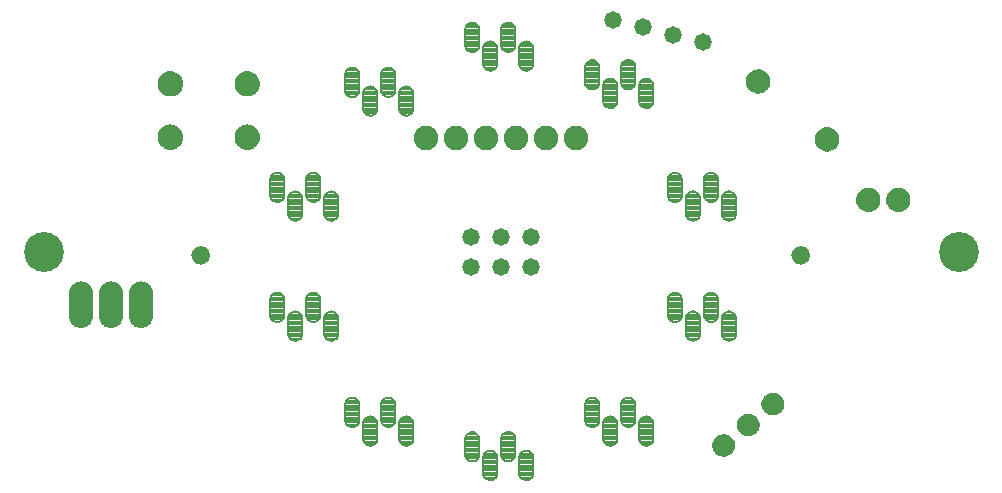
<source format=gbs>
G75*
%MOIN*%
%OFA0B0*%
%FSLAX25Y25*%
%IPPOS*%
%LPD*%
%AMOC8*
5,1,8,0,0,1.08239X$1,22.5*
%
%ADD10C,0.13300*%
%ADD11C,0.00800*%
%ADD12C,0.00500*%
%ADD13C,0.08200*%
%ADD14C,0.05800*%
D10*
X0019200Y0161500D03*
X0324200Y0161500D03*
D11*
X0120303Y0103803D02*
X0120004Y0104167D01*
X0119783Y0104582D01*
X0119646Y0105032D01*
X0119600Y0105500D01*
X0119600Y0110400D01*
X0119646Y0110868D01*
X0119783Y0111318D01*
X0120004Y0111733D01*
X0120303Y0112097D01*
X0120667Y0112396D01*
X0121082Y0112617D01*
X0121532Y0112754D01*
X0122000Y0112800D01*
X0122468Y0112754D01*
X0122918Y0112617D01*
X0123333Y0112396D01*
X0123697Y0112097D01*
X0123996Y0111733D01*
X0124217Y0111318D01*
X0124354Y0110868D01*
X0124400Y0110400D01*
X0124400Y0105300D01*
X0124358Y0104871D01*
X0124233Y0104458D01*
X0124029Y0104078D01*
X0123756Y0103744D01*
X0123422Y0103471D01*
X0123042Y0103267D01*
X0122629Y0103142D01*
X0122200Y0103100D01*
X0122000Y0103100D01*
X0121532Y0103146D01*
X0121082Y0103283D01*
X0120667Y0103504D01*
X0120303Y0103803D01*
X0120299Y0103807D02*
X0123807Y0103807D01*
X0124277Y0104606D02*
X0119775Y0104606D01*
X0119609Y0105404D02*
X0124400Y0105404D01*
X0124400Y0106203D02*
X0119600Y0106203D01*
X0119600Y0107001D02*
X0124400Y0107001D01*
X0124400Y0107800D02*
X0119600Y0107800D01*
X0119600Y0108598D02*
X0124400Y0108598D01*
X0124400Y0109397D02*
X0119600Y0109397D01*
X0119600Y0110195D02*
X0124400Y0110195D01*
X0124316Y0110994D02*
X0119684Y0110994D01*
X0120053Y0111792D02*
X0123947Y0111792D01*
X0122968Y0112591D02*
X0121032Y0112591D01*
X0126303Y0105897D02*
X0126667Y0106196D01*
X0127082Y0106417D01*
X0127532Y0106554D01*
X0128000Y0106600D01*
X0128468Y0106554D01*
X0128918Y0106417D01*
X0129333Y0106196D01*
X0129697Y0105897D01*
X0129996Y0105533D01*
X0130217Y0105118D01*
X0130354Y0104668D01*
X0130400Y0104200D01*
X0130400Y0099100D01*
X0130358Y0098671D01*
X0130233Y0098258D01*
X0130029Y0097878D01*
X0129756Y0097544D01*
X0129422Y0097271D01*
X0129042Y0097067D01*
X0128629Y0096942D01*
X0128200Y0096900D01*
X0128000Y0096900D01*
X0127532Y0096946D01*
X0127082Y0097083D01*
X0126667Y0097304D01*
X0126303Y0097603D01*
X0126004Y0097967D01*
X0125783Y0098382D01*
X0125646Y0098832D01*
X0125600Y0099300D01*
X0125600Y0104200D01*
X0125646Y0104668D01*
X0125783Y0105118D01*
X0126004Y0105533D01*
X0126303Y0105897D01*
X0126680Y0106203D02*
X0129320Y0106203D01*
X0130065Y0105404D02*
X0125935Y0105404D01*
X0125640Y0104606D02*
X0130360Y0104606D01*
X0130400Y0103807D02*
X0125600Y0103807D01*
X0125600Y0103009D02*
X0130400Y0103009D01*
X0130400Y0102210D02*
X0125600Y0102210D01*
X0125600Y0101412D02*
X0130400Y0101412D01*
X0130400Y0100613D02*
X0125600Y0100613D01*
X0125600Y0099815D02*
X0130400Y0099815D01*
X0130392Y0099016D02*
X0125628Y0099016D01*
X0125870Y0098218D02*
X0130211Y0098218D01*
X0129603Y0097419D02*
X0126527Y0097419D01*
X0132303Y0103903D02*
X0132004Y0104267D01*
X0131783Y0104682D01*
X0131646Y0105132D01*
X0131600Y0105600D01*
X0131600Y0110500D01*
X0131646Y0110968D01*
X0131783Y0111418D01*
X0132004Y0111833D01*
X0132303Y0112197D01*
X0132667Y0112496D01*
X0133082Y0112717D01*
X0133532Y0112854D01*
X0134000Y0112900D01*
X0134468Y0112854D01*
X0134918Y0112717D01*
X0135333Y0112496D01*
X0135697Y0112197D01*
X0135996Y0111833D01*
X0136217Y0111418D01*
X0136354Y0110968D01*
X0136400Y0110500D01*
X0136400Y0105400D01*
X0136358Y0104971D01*
X0136233Y0104558D01*
X0136029Y0104178D01*
X0135756Y0103844D01*
X0135422Y0103571D01*
X0135042Y0103367D01*
X0134629Y0103242D01*
X0134200Y0103200D01*
X0134000Y0103200D01*
X0133532Y0103246D01*
X0133082Y0103383D01*
X0132667Y0103604D01*
X0132303Y0103903D01*
X0132420Y0103807D02*
X0135710Y0103807D01*
X0136247Y0104606D02*
X0131823Y0104606D01*
X0131619Y0105404D02*
X0136400Y0105404D01*
X0136400Y0106203D02*
X0131600Y0106203D01*
X0131600Y0107001D02*
X0136400Y0107001D01*
X0136400Y0107800D02*
X0131600Y0107800D01*
X0131600Y0108598D02*
X0136400Y0108598D01*
X0136400Y0109397D02*
X0131600Y0109397D01*
X0131600Y0110195D02*
X0136400Y0110195D01*
X0136346Y0110994D02*
X0131654Y0110994D01*
X0131983Y0111792D02*
X0136017Y0111792D01*
X0135155Y0112591D02*
X0132845Y0112591D01*
X0138303Y0105897D02*
X0138667Y0106196D01*
X0139082Y0106417D01*
X0139532Y0106554D01*
X0140000Y0106600D01*
X0140468Y0106554D01*
X0140918Y0106417D01*
X0141333Y0106196D01*
X0141697Y0105897D01*
X0141996Y0105533D01*
X0142217Y0105118D01*
X0142354Y0104668D01*
X0142400Y0104200D01*
X0142400Y0099100D01*
X0142358Y0098671D01*
X0142233Y0098258D01*
X0142029Y0097878D01*
X0141756Y0097544D01*
X0141422Y0097271D01*
X0141042Y0097067D01*
X0140629Y0096942D01*
X0140200Y0096900D01*
X0140000Y0096900D01*
X0139532Y0096946D01*
X0139082Y0097083D01*
X0138667Y0097304D01*
X0138303Y0097603D01*
X0138004Y0097967D01*
X0137783Y0098382D01*
X0137646Y0098832D01*
X0137600Y0099300D01*
X0137600Y0104200D01*
X0137646Y0104668D01*
X0137783Y0105118D01*
X0138004Y0105533D01*
X0138303Y0105897D01*
X0138680Y0106203D02*
X0141320Y0106203D01*
X0142065Y0105404D02*
X0137935Y0105404D01*
X0137640Y0104606D02*
X0142360Y0104606D01*
X0142400Y0103807D02*
X0137600Y0103807D01*
X0137600Y0103009D02*
X0142400Y0103009D01*
X0142400Y0102210D02*
X0137600Y0102210D01*
X0137600Y0101412D02*
X0142400Y0101412D01*
X0142400Y0100613D02*
X0137600Y0100613D01*
X0137600Y0099815D02*
X0142400Y0099815D01*
X0142392Y0099016D02*
X0137628Y0099016D01*
X0137870Y0098218D02*
X0142211Y0098218D01*
X0141603Y0097419D02*
X0138527Y0097419D01*
X0159600Y0097419D02*
X0164400Y0097419D01*
X0164400Y0096621D02*
X0159600Y0096621D01*
X0159600Y0095822D02*
X0164400Y0095822D01*
X0164400Y0095024D02*
X0159600Y0095024D01*
X0159600Y0094225D02*
X0164400Y0094225D01*
X0164400Y0093800D02*
X0164358Y0093371D01*
X0164233Y0092958D01*
X0164029Y0092578D01*
X0163756Y0092244D01*
X0163422Y0091971D01*
X0163042Y0091767D01*
X0162629Y0091642D01*
X0162200Y0091600D01*
X0162000Y0091600D01*
X0161532Y0091646D01*
X0161082Y0091783D01*
X0160667Y0092004D01*
X0160303Y0092303D01*
X0160004Y0092667D01*
X0159783Y0093082D01*
X0159646Y0093532D01*
X0159600Y0094000D01*
X0159600Y0098900D01*
X0159646Y0099368D01*
X0159783Y0099818D01*
X0160004Y0100233D01*
X0160303Y0100597D01*
X0160667Y0100896D01*
X0161082Y0101117D01*
X0161532Y0101254D01*
X0162000Y0101300D01*
X0162468Y0101254D01*
X0162918Y0101117D01*
X0163333Y0100896D01*
X0163697Y0100597D01*
X0163996Y0100233D01*
X0164217Y0099818D01*
X0164354Y0099368D01*
X0164400Y0098900D01*
X0164400Y0093800D01*
X0164363Y0093427D02*
X0159678Y0093427D01*
X0160036Y0092628D02*
X0164056Y0092628D01*
X0163158Y0091830D02*
X0160994Y0091830D01*
X0165600Y0091830D02*
X0170400Y0091830D01*
X0170400Y0092628D02*
X0165600Y0092628D01*
X0165600Y0092700D02*
X0165646Y0093168D01*
X0165783Y0093618D01*
X0166004Y0094033D01*
X0166303Y0094397D01*
X0166667Y0094696D01*
X0167082Y0094917D01*
X0167532Y0095054D01*
X0168000Y0095100D01*
X0168468Y0095054D01*
X0168918Y0094917D01*
X0169333Y0094696D01*
X0169697Y0094397D01*
X0169996Y0094033D01*
X0170217Y0093618D01*
X0170354Y0093168D01*
X0170400Y0092700D01*
X0170400Y0087600D01*
X0170358Y0087171D01*
X0170233Y0086758D01*
X0170029Y0086378D01*
X0169756Y0086044D01*
X0169422Y0085771D01*
X0169042Y0085567D01*
X0168629Y0085442D01*
X0168200Y0085400D01*
X0168000Y0085400D01*
X0167532Y0085446D01*
X0167082Y0085583D01*
X0166667Y0085804D01*
X0166303Y0086103D01*
X0166004Y0086467D01*
X0165783Y0086882D01*
X0165646Y0087332D01*
X0165600Y0087800D01*
X0165600Y0092700D01*
X0165724Y0093427D02*
X0170276Y0093427D01*
X0169838Y0094225D02*
X0166162Y0094225D01*
X0167432Y0095024D02*
X0168568Y0095024D01*
X0171600Y0095024D02*
X0176400Y0095024D01*
X0176400Y0095822D02*
X0171600Y0095822D01*
X0171600Y0096621D02*
X0176400Y0096621D01*
X0176400Y0097419D02*
X0171600Y0097419D01*
X0171600Y0098218D02*
X0176400Y0098218D01*
X0176400Y0099000D02*
X0176354Y0099468D01*
X0176217Y0099918D01*
X0175996Y0100333D01*
X0175697Y0100697D01*
X0175333Y0100996D01*
X0174918Y0101217D01*
X0174468Y0101354D01*
X0174000Y0101400D01*
X0173532Y0101354D01*
X0173082Y0101217D01*
X0172667Y0100996D01*
X0172303Y0100697D01*
X0172004Y0100333D01*
X0171783Y0099918D01*
X0171646Y0099468D01*
X0171600Y0099000D01*
X0171600Y0094100D01*
X0171646Y0093632D01*
X0171783Y0093182D01*
X0172004Y0092767D01*
X0172303Y0092403D01*
X0172667Y0092104D01*
X0173082Y0091883D01*
X0173532Y0091746D01*
X0174000Y0091700D01*
X0174200Y0091700D01*
X0174629Y0091742D01*
X0175042Y0091867D01*
X0175422Y0092071D01*
X0175756Y0092344D01*
X0176029Y0092678D01*
X0176233Y0093058D01*
X0176358Y0093471D01*
X0176400Y0093900D01*
X0176400Y0099000D01*
X0176398Y0099016D02*
X0171602Y0099016D01*
X0171751Y0099815D02*
X0176249Y0099815D01*
X0175766Y0100613D02*
X0172234Y0100613D01*
X0164389Y0099016D02*
X0159611Y0099016D01*
X0159600Y0098218D02*
X0164400Y0098218D01*
X0164218Y0099815D02*
X0159782Y0099815D01*
X0160323Y0100613D02*
X0163677Y0100613D01*
X0165600Y0091031D02*
X0170400Y0091031D01*
X0170400Y0090232D02*
X0165600Y0090232D01*
X0165600Y0089434D02*
X0170400Y0089434D01*
X0170400Y0088635D02*
X0165600Y0088635D01*
X0165600Y0087837D02*
X0170400Y0087837D01*
X0170318Y0087038D02*
X0165735Y0087038D01*
X0166191Y0086240D02*
X0169916Y0086240D01*
X0168621Y0085441D02*
X0167579Y0085441D01*
X0172118Y0092628D02*
X0175988Y0092628D01*
X0176344Y0093427D02*
X0171708Y0093427D01*
X0171600Y0094225D02*
X0176400Y0094225D01*
X0177783Y0093618D02*
X0178004Y0094033D01*
X0178303Y0094397D01*
X0178667Y0094696D01*
X0179082Y0094917D01*
X0179532Y0095054D01*
X0180000Y0095100D01*
X0180468Y0095054D01*
X0180918Y0094917D01*
X0181333Y0094696D01*
X0181697Y0094397D01*
X0181996Y0094033D01*
X0182217Y0093618D01*
X0182354Y0093168D01*
X0182400Y0092700D01*
X0182400Y0087600D01*
X0182358Y0087171D01*
X0182233Y0086758D01*
X0182029Y0086378D01*
X0181756Y0086044D01*
X0181422Y0085771D01*
X0181042Y0085567D01*
X0180629Y0085442D01*
X0180200Y0085400D01*
X0180000Y0085400D01*
X0179532Y0085446D01*
X0179082Y0085583D01*
X0178667Y0085804D01*
X0178303Y0086103D01*
X0178004Y0086467D01*
X0177783Y0086882D01*
X0177646Y0087332D01*
X0177600Y0087800D01*
X0177600Y0092700D01*
X0177646Y0093168D01*
X0177783Y0093618D01*
X0177724Y0093427D02*
X0182276Y0093427D01*
X0182400Y0092628D02*
X0177600Y0092628D01*
X0177600Y0091830D02*
X0182400Y0091830D01*
X0182400Y0091031D02*
X0177600Y0091031D01*
X0177600Y0090232D02*
X0182400Y0090232D01*
X0182400Y0089434D02*
X0177600Y0089434D01*
X0177600Y0088635D02*
X0182400Y0088635D01*
X0182400Y0087837D02*
X0177600Y0087837D01*
X0177735Y0087038D02*
X0182318Y0087038D01*
X0181916Y0086240D02*
X0178191Y0086240D01*
X0179579Y0085441D02*
X0180621Y0085441D01*
X0174917Y0091830D02*
X0173257Y0091830D01*
X0178162Y0094225D02*
X0181838Y0094225D01*
X0180568Y0095024D02*
X0179432Y0095024D01*
X0199783Y0104582D02*
X0200004Y0104167D01*
X0200303Y0103803D01*
X0200667Y0103504D01*
X0201082Y0103283D01*
X0201532Y0103146D01*
X0202000Y0103100D01*
X0202200Y0103100D01*
X0202629Y0103142D01*
X0203042Y0103267D01*
X0203422Y0103471D01*
X0203756Y0103744D01*
X0204029Y0104078D01*
X0204233Y0104458D01*
X0204358Y0104871D01*
X0204400Y0105300D01*
X0204400Y0110400D01*
X0204354Y0110868D01*
X0204217Y0111318D01*
X0203996Y0111733D01*
X0203697Y0112097D01*
X0203333Y0112396D01*
X0202918Y0112617D01*
X0202468Y0112754D01*
X0202000Y0112800D01*
X0201532Y0112754D01*
X0201082Y0112617D01*
X0200667Y0112396D01*
X0200303Y0112097D01*
X0200004Y0111733D01*
X0199783Y0111318D01*
X0199646Y0110868D01*
X0199600Y0110400D01*
X0199600Y0105500D01*
X0199646Y0105032D01*
X0199783Y0104582D01*
X0199775Y0104606D02*
X0204277Y0104606D01*
X0204400Y0105404D02*
X0199609Y0105404D01*
X0199600Y0106203D02*
X0204400Y0106203D01*
X0204400Y0107001D02*
X0199600Y0107001D01*
X0199600Y0107800D02*
X0204400Y0107800D01*
X0204400Y0108598D02*
X0199600Y0108598D01*
X0199600Y0109397D02*
X0204400Y0109397D01*
X0204400Y0110195D02*
X0199600Y0110195D01*
X0199684Y0110994D02*
X0204316Y0110994D01*
X0203947Y0111792D02*
X0200053Y0111792D01*
X0201032Y0112591D02*
X0202968Y0112591D01*
X0206667Y0106196D02*
X0207082Y0106417D01*
X0207532Y0106554D01*
X0208000Y0106600D01*
X0208468Y0106554D01*
X0208918Y0106417D01*
X0209333Y0106196D01*
X0209697Y0105897D01*
X0209996Y0105533D01*
X0210217Y0105118D01*
X0210354Y0104668D01*
X0210400Y0104200D01*
X0210400Y0099100D01*
X0210358Y0098671D01*
X0210233Y0098258D01*
X0210029Y0097878D01*
X0209756Y0097544D01*
X0209422Y0097271D01*
X0209042Y0097067D01*
X0208629Y0096942D01*
X0208200Y0096900D01*
X0208000Y0096900D01*
X0207532Y0096946D01*
X0207082Y0097083D01*
X0206667Y0097304D01*
X0206303Y0097603D01*
X0206004Y0097967D01*
X0205783Y0098382D01*
X0205646Y0098832D01*
X0205600Y0099300D01*
X0205600Y0104200D01*
X0205646Y0104668D01*
X0205783Y0105118D01*
X0206004Y0105533D01*
X0206303Y0105897D01*
X0206667Y0106196D01*
X0206680Y0106203D02*
X0209320Y0106203D01*
X0210065Y0105404D02*
X0205935Y0105404D01*
X0205640Y0104606D02*
X0210360Y0104606D01*
X0210400Y0103807D02*
X0205600Y0103807D01*
X0205600Y0103009D02*
X0210400Y0103009D01*
X0210400Y0102210D02*
X0205600Y0102210D01*
X0205600Y0101412D02*
X0210400Y0101412D01*
X0210400Y0100613D02*
X0205600Y0100613D01*
X0205600Y0099815D02*
X0210400Y0099815D01*
X0210392Y0099016D02*
X0205628Y0099016D01*
X0205870Y0098218D02*
X0210211Y0098218D01*
X0209603Y0097419D02*
X0206527Y0097419D01*
X0203807Y0103807D02*
X0200299Y0103807D01*
X0211646Y0105132D02*
X0211600Y0105600D01*
X0211600Y0110500D01*
X0211646Y0110968D01*
X0211783Y0111418D01*
X0212004Y0111833D01*
X0212303Y0112197D01*
X0212667Y0112496D01*
X0213082Y0112717D01*
X0213532Y0112854D01*
X0214000Y0112900D01*
X0214468Y0112854D01*
X0214918Y0112717D01*
X0215333Y0112496D01*
X0215697Y0112197D01*
X0215996Y0111833D01*
X0216217Y0111418D01*
X0216354Y0110968D01*
X0216400Y0110500D01*
X0216400Y0105400D01*
X0216358Y0104971D01*
X0216233Y0104558D01*
X0216029Y0104178D01*
X0215756Y0103844D01*
X0215422Y0103571D01*
X0215042Y0103367D01*
X0214629Y0103242D01*
X0214200Y0103200D01*
X0214000Y0103200D01*
X0213532Y0103246D01*
X0213082Y0103383D01*
X0212667Y0103604D01*
X0212303Y0103903D01*
X0212004Y0104267D01*
X0211783Y0104682D01*
X0211646Y0105132D01*
X0211619Y0105404D02*
X0216400Y0105404D01*
X0216400Y0106203D02*
X0211600Y0106203D01*
X0211600Y0107001D02*
X0216400Y0107001D01*
X0216400Y0107800D02*
X0211600Y0107800D01*
X0211600Y0108598D02*
X0216400Y0108598D01*
X0216400Y0109397D02*
X0211600Y0109397D01*
X0211600Y0110195D02*
X0216400Y0110195D01*
X0216346Y0110994D02*
X0211654Y0110994D01*
X0211983Y0111792D02*
X0216017Y0111792D01*
X0215155Y0112591D02*
X0212845Y0112591D01*
X0211823Y0104606D02*
X0216247Y0104606D01*
X0215710Y0103807D02*
X0212420Y0103807D01*
X0217600Y0103807D02*
X0222400Y0103807D01*
X0222400Y0104200D02*
X0222354Y0104668D01*
X0222217Y0105118D01*
X0221996Y0105533D01*
X0221697Y0105897D01*
X0221333Y0106196D01*
X0220918Y0106417D01*
X0220468Y0106554D01*
X0220000Y0106600D01*
X0219532Y0106554D01*
X0219082Y0106417D01*
X0218667Y0106196D01*
X0218303Y0105897D01*
X0218004Y0105533D01*
X0217783Y0105118D01*
X0217646Y0104668D01*
X0217600Y0104200D01*
X0217600Y0099300D01*
X0217646Y0098832D01*
X0217783Y0098382D01*
X0218004Y0097967D01*
X0218303Y0097603D01*
X0218667Y0097304D01*
X0219082Y0097083D01*
X0219532Y0096946D01*
X0220000Y0096900D01*
X0220200Y0096900D01*
X0220629Y0096942D01*
X0221042Y0097067D01*
X0221422Y0097271D01*
X0221756Y0097544D01*
X0222029Y0097878D01*
X0222233Y0098258D01*
X0222358Y0098671D01*
X0222400Y0099100D01*
X0222400Y0104200D01*
X0222360Y0104606D02*
X0217640Y0104606D01*
X0217935Y0105404D02*
X0222065Y0105404D01*
X0221320Y0106203D02*
X0218680Y0106203D01*
X0217600Y0103009D02*
X0222400Y0103009D01*
X0222400Y0102210D02*
X0217600Y0102210D01*
X0217600Y0101412D02*
X0222400Y0101412D01*
X0222400Y0100613D02*
X0217600Y0100613D01*
X0217600Y0099815D02*
X0222400Y0099815D01*
X0222392Y0099016D02*
X0217628Y0099016D01*
X0217870Y0098218D02*
X0222211Y0098218D01*
X0221603Y0097419D02*
X0218527Y0097419D01*
X0234582Y0132083D02*
X0234167Y0132304D01*
X0233803Y0132603D01*
X0233504Y0132967D01*
X0233283Y0133382D01*
X0233146Y0133832D01*
X0233100Y0134300D01*
X0233100Y0139200D01*
X0233146Y0139668D01*
X0233283Y0140118D01*
X0233504Y0140533D01*
X0233803Y0140897D01*
X0234167Y0141196D01*
X0234582Y0141417D01*
X0235032Y0141554D01*
X0235500Y0141600D01*
X0235968Y0141554D01*
X0236418Y0141417D01*
X0236833Y0141196D01*
X0237197Y0140897D01*
X0237496Y0140533D01*
X0237717Y0140118D01*
X0237854Y0139668D01*
X0237900Y0139200D01*
X0237900Y0134100D01*
X0237858Y0133671D01*
X0237733Y0133258D01*
X0237529Y0132878D01*
X0237256Y0132544D01*
X0236922Y0132271D01*
X0236542Y0132067D01*
X0236129Y0131942D01*
X0235700Y0131900D01*
X0235500Y0131900D01*
X0235032Y0131946D01*
X0234582Y0132083D01*
X0233863Y0132554D02*
X0237263Y0132554D01*
X0237761Y0133352D02*
X0233298Y0133352D01*
X0233115Y0134151D02*
X0237900Y0134151D01*
X0237900Y0134949D02*
X0233100Y0134949D01*
X0233100Y0135748D02*
X0237900Y0135748D01*
X0237900Y0136546D02*
X0233100Y0136546D01*
X0233100Y0137345D02*
X0237900Y0137345D01*
X0237900Y0138143D02*
X0233100Y0138143D01*
X0233100Y0138942D02*
X0237900Y0138942D01*
X0237832Y0139740D02*
X0233168Y0139740D01*
X0233509Y0140539D02*
X0237491Y0140539D01*
X0236568Y0141337D02*
X0234432Y0141337D01*
X0231900Y0141337D02*
X0227100Y0141337D01*
X0227100Y0140539D02*
X0231900Y0140539D01*
X0231900Y0140300D02*
X0231858Y0139871D01*
X0231733Y0139458D01*
X0231529Y0139078D01*
X0231256Y0138744D01*
X0230922Y0138471D01*
X0230542Y0138267D01*
X0230129Y0138142D01*
X0229700Y0138100D01*
X0229500Y0138100D01*
X0229032Y0138146D01*
X0228582Y0138283D01*
X0228167Y0138504D01*
X0227803Y0138803D01*
X0227504Y0139167D01*
X0227283Y0139582D01*
X0227146Y0140032D01*
X0227100Y0140500D01*
X0227100Y0145400D01*
X0227146Y0145868D01*
X0227283Y0146318D01*
X0227504Y0146733D01*
X0227803Y0147097D01*
X0228167Y0147396D01*
X0228582Y0147617D01*
X0229032Y0147754D01*
X0229500Y0147800D01*
X0229968Y0147754D01*
X0230418Y0147617D01*
X0230833Y0147396D01*
X0231197Y0147097D01*
X0231496Y0146733D01*
X0231717Y0146318D01*
X0231854Y0145868D01*
X0231900Y0145400D01*
X0231900Y0140300D01*
X0231818Y0139740D02*
X0227235Y0139740D01*
X0227689Y0138942D02*
X0231418Y0138942D01*
X0230132Y0138143D02*
X0229062Y0138143D01*
X0227100Y0142136D02*
X0231900Y0142136D01*
X0231900Y0142934D02*
X0227100Y0142934D01*
X0227100Y0143733D02*
X0231900Y0143733D01*
X0231900Y0144531D02*
X0227100Y0144531D01*
X0227100Y0145330D02*
X0231900Y0145330D01*
X0231775Y0146128D02*
X0227225Y0146128D01*
X0227663Y0146927D02*
X0231337Y0146927D01*
X0230062Y0147725D02*
X0228938Y0147725D01*
X0239146Y0145968D02*
X0239283Y0146418D01*
X0239504Y0146833D01*
X0239803Y0147197D01*
X0240167Y0147496D01*
X0240582Y0147717D01*
X0241032Y0147854D01*
X0241500Y0147900D01*
X0241968Y0147854D01*
X0242418Y0147717D01*
X0242833Y0147496D01*
X0243197Y0147197D01*
X0243496Y0146833D01*
X0243717Y0146418D01*
X0243854Y0145968D01*
X0243900Y0145500D01*
X0243900Y0140400D01*
X0243858Y0139971D01*
X0243733Y0139558D01*
X0243529Y0139178D01*
X0243256Y0138844D01*
X0242922Y0138571D01*
X0242542Y0138367D01*
X0242129Y0138242D01*
X0241700Y0138200D01*
X0241500Y0138200D01*
X0241032Y0138246D01*
X0240582Y0138383D01*
X0240167Y0138604D01*
X0239803Y0138903D01*
X0239504Y0139267D01*
X0239283Y0139682D01*
X0239146Y0140132D01*
X0239100Y0140600D01*
X0239100Y0145500D01*
X0239146Y0145968D01*
X0239195Y0146128D02*
X0243805Y0146128D01*
X0243900Y0145330D02*
X0239100Y0145330D01*
X0239100Y0144531D02*
X0243900Y0144531D01*
X0243900Y0143733D02*
X0239100Y0143733D01*
X0239100Y0142934D02*
X0243900Y0142934D01*
X0243900Y0142136D02*
X0239100Y0142136D01*
X0239100Y0141337D02*
X0243900Y0141337D01*
X0243900Y0140539D02*
X0239106Y0140539D01*
X0239265Y0139740D02*
X0243788Y0139740D01*
X0243336Y0138942D02*
X0239771Y0138942D01*
X0245100Y0138942D02*
X0249900Y0138942D01*
X0249900Y0139200D02*
X0249854Y0139668D01*
X0249717Y0140118D01*
X0249496Y0140533D01*
X0249197Y0140897D01*
X0248833Y0141196D01*
X0248418Y0141417D01*
X0247968Y0141554D01*
X0247500Y0141600D01*
X0247032Y0141554D01*
X0246582Y0141417D01*
X0246167Y0141196D01*
X0245803Y0140897D01*
X0245504Y0140533D01*
X0245283Y0140118D01*
X0245146Y0139668D01*
X0245100Y0139200D01*
X0245100Y0134300D01*
X0245146Y0133832D01*
X0245283Y0133382D01*
X0245504Y0132967D01*
X0245803Y0132603D01*
X0246167Y0132304D01*
X0246582Y0132083D01*
X0247032Y0131946D01*
X0247500Y0131900D01*
X0247700Y0131900D01*
X0248129Y0131942D01*
X0248542Y0132067D01*
X0248922Y0132271D01*
X0249256Y0132544D01*
X0249529Y0132878D01*
X0249733Y0133258D01*
X0249858Y0133671D01*
X0249900Y0134100D01*
X0249900Y0139200D01*
X0249832Y0139740D02*
X0245168Y0139740D01*
X0245509Y0140539D02*
X0249491Y0140539D01*
X0248568Y0141337D02*
X0246432Y0141337D01*
X0245100Y0138143D02*
X0249900Y0138143D01*
X0249900Y0137345D02*
X0245100Y0137345D01*
X0245100Y0136546D02*
X0249900Y0136546D01*
X0249900Y0135748D02*
X0245100Y0135748D01*
X0245100Y0134949D02*
X0249900Y0134949D01*
X0249900Y0134151D02*
X0245115Y0134151D01*
X0245298Y0133352D02*
X0249761Y0133352D01*
X0249263Y0132554D02*
X0245863Y0132554D01*
X0243419Y0146927D02*
X0239581Y0146927D01*
X0240608Y0147725D02*
X0242392Y0147725D01*
X0247032Y0171946D02*
X0246582Y0172083D01*
X0246167Y0172304D01*
X0245803Y0172603D01*
X0245504Y0172967D01*
X0245283Y0173382D01*
X0245146Y0173832D01*
X0245100Y0174300D01*
X0245100Y0179200D01*
X0245146Y0179668D01*
X0245283Y0180118D01*
X0245504Y0180533D01*
X0245803Y0180897D01*
X0246167Y0181196D01*
X0246582Y0181417D01*
X0247032Y0181554D01*
X0247500Y0181600D01*
X0247968Y0181554D01*
X0248418Y0181417D01*
X0248833Y0181196D01*
X0249197Y0180897D01*
X0249496Y0180533D01*
X0249717Y0180118D01*
X0249854Y0179668D01*
X0249900Y0179200D01*
X0249900Y0174100D01*
X0249858Y0173671D01*
X0249733Y0173258D01*
X0249529Y0172878D01*
X0249256Y0172544D01*
X0248922Y0172271D01*
X0248542Y0172067D01*
X0248129Y0171942D01*
X0247700Y0171900D01*
X0247500Y0171900D01*
X0247032Y0171946D01*
X0245954Y0172479D02*
X0249176Y0172479D01*
X0249738Y0173278D02*
X0245338Y0173278D01*
X0245122Y0174076D02*
X0249898Y0174076D01*
X0249900Y0174875D02*
X0245100Y0174875D01*
X0245100Y0175673D02*
X0249900Y0175673D01*
X0249900Y0176472D02*
X0245100Y0176472D01*
X0245100Y0177270D02*
X0249900Y0177270D01*
X0249900Y0178069D02*
X0245100Y0178069D01*
X0245100Y0178867D02*
X0249900Y0178867D01*
X0249854Y0179666D02*
X0245146Y0179666D01*
X0245468Y0180464D02*
X0249532Y0180464D01*
X0248708Y0181263D02*
X0246292Y0181263D01*
X0243900Y0181263D02*
X0239100Y0181263D01*
X0239100Y0180600D02*
X0239100Y0185500D01*
X0239146Y0185968D01*
X0239283Y0186418D01*
X0239504Y0186833D01*
X0239803Y0187197D01*
X0240167Y0187496D01*
X0240582Y0187717D01*
X0241032Y0187854D01*
X0241500Y0187900D01*
X0241968Y0187854D01*
X0242418Y0187717D01*
X0242833Y0187496D01*
X0243197Y0187197D01*
X0243496Y0186833D01*
X0243717Y0186418D01*
X0243854Y0185968D01*
X0243900Y0185500D01*
X0243900Y0180400D01*
X0243858Y0179971D01*
X0243733Y0179558D01*
X0243529Y0179178D01*
X0243256Y0178844D01*
X0242922Y0178571D01*
X0242542Y0178367D01*
X0242129Y0178242D01*
X0241700Y0178200D01*
X0241500Y0178200D01*
X0241032Y0178246D01*
X0240582Y0178383D01*
X0240167Y0178604D01*
X0239803Y0178903D01*
X0239504Y0179267D01*
X0239283Y0179682D01*
X0239146Y0180132D01*
X0239100Y0180600D01*
X0239113Y0180464D02*
X0243900Y0180464D01*
X0243765Y0179666D02*
X0239291Y0179666D01*
X0239846Y0178867D02*
X0243274Y0178867D01*
X0243900Y0182061D02*
X0239100Y0182061D01*
X0239100Y0182860D02*
X0243900Y0182860D01*
X0243900Y0183658D02*
X0239100Y0183658D01*
X0239100Y0184457D02*
X0243900Y0184457D01*
X0243900Y0185255D02*
X0239100Y0185255D01*
X0239172Y0186054D02*
X0243828Y0186054D01*
X0243480Y0186852D02*
X0239520Y0186852D01*
X0240457Y0187651D02*
X0242543Y0187651D01*
X0237197Y0180897D02*
X0237496Y0180533D01*
X0237717Y0180118D01*
X0237854Y0179668D01*
X0237900Y0179200D01*
X0237900Y0174100D01*
X0237858Y0173671D01*
X0237733Y0173258D01*
X0237529Y0172878D01*
X0237256Y0172544D01*
X0236922Y0172271D01*
X0236542Y0172067D01*
X0236129Y0171942D01*
X0235700Y0171900D01*
X0235500Y0171900D01*
X0235032Y0171946D01*
X0234582Y0172083D01*
X0234167Y0172304D01*
X0233803Y0172603D01*
X0233504Y0172967D01*
X0233283Y0173382D01*
X0233146Y0173832D01*
X0233100Y0174300D01*
X0233100Y0179200D01*
X0233146Y0179668D01*
X0233283Y0180118D01*
X0233504Y0180533D01*
X0233803Y0180897D01*
X0234167Y0181196D01*
X0234582Y0181417D01*
X0235032Y0181554D01*
X0235500Y0181600D01*
X0235968Y0181554D01*
X0236418Y0181417D01*
X0236833Y0181196D01*
X0237197Y0180897D01*
X0237532Y0180464D02*
X0233468Y0180464D01*
X0233146Y0179666D02*
X0237854Y0179666D01*
X0237900Y0178867D02*
X0233100Y0178867D01*
X0233100Y0178069D02*
X0237900Y0178069D01*
X0237900Y0177270D02*
X0233100Y0177270D01*
X0233100Y0176472D02*
X0237900Y0176472D01*
X0237900Y0175673D02*
X0233100Y0175673D01*
X0233100Y0174875D02*
X0237900Y0174875D01*
X0237898Y0174076D02*
X0233122Y0174076D01*
X0233338Y0173278D02*
X0237738Y0173278D01*
X0237176Y0172479D02*
X0233954Y0172479D01*
X0230922Y0178471D02*
X0230542Y0178267D01*
X0230129Y0178142D01*
X0229700Y0178100D01*
X0229500Y0178100D01*
X0229032Y0178146D01*
X0228582Y0178283D01*
X0228167Y0178504D01*
X0227803Y0178803D01*
X0227504Y0179167D01*
X0227283Y0179582D01*
X0227146Y0180032D01*
X0227100Y0180500D01*
X0227100Y0185400D01*
X0227146Y0185868D01*
X0227283Y0186318D01*
X0227504Y0186733D01*
X0227803Y0187097D01*
X0228167Y0187396D01*
X0228582Y0187617D01*
X0229032Y0187754D01*
X0229500Y0187800D01*
X0229968Y0187754D01*
X0230418Y0187617D01*
X0230833Y0187396D01*
X0231197Y0187097D01*
X0231496Y0186733D01*
X0231717Y0186318D01*
X0231854Y0185868D01*
X0231900Y0185400D01*
X0231900Y0180300D01*
X0231858Y0179871D01*
X0231733Y0179458D01*
X0231529Y0179078D01*
X0231256Y0178744D01*
X0230922Y0178471D01*
X0231356Y0178867D02*
X0227750Y0178867D01*
X0227257Y0179666D02*
X0231796Y0179666D01*
X0231900Y0180464D02*
X0227104Y0180464D01*
X0227100Y0181263D02*
X0231900Y0181263D01*
X0231900Y0182061D02*
X0227100Y0182061D01*
X0227100Y0182860D02*
X0231900Y0182860D01*
X0231900Y0183658D02*
X0227100Y0183658D01*
X0227100Y0184457D02*
X0231900Y0184457D01*
X0231900Y0185255D02*
X0227100Y0185255D01*
X0227202Y0186054D02*
X0231798Y0186054D01*
X0231398Y0186852D02*
X0227602Y0186852D01*
X0228692Y0187651D02*
X0230308Y0187651D01*
X0234292Y0181263D02*
X0236708Y0181263D01*
X0221422Y0209771D02*
X0221042Y0209567D01*
X0220629Y0209442D01*
X0220200Y0209400D01*
X0220000Y0209400D01*
X0219532Y0209446D01*
X0219082Y0209583D01*
X0218667Y0209804D01*
X0218303Y0210103D01*
X0218004Y0210467D01*
X0217783Y0210882D01*
X0217646Y0211332D01*
X0217600Y0211800D01*
X0217600Y0216700D01*
X0217646Y0217168D01*
X0217783Y0217618D01*
X0218004Y0218033D01*
X0218303Y0218397D01*
X0218667Y0218696D01*
X0219082Y0218917D01*
X0219532Y0219054D01*
X0220000Y0219100D01*
X0220468Y0219054D01*
X0220918Y0218917D01*
X0221333Y0218696D01*
X0221697Y0218397D01*
X0221996Y0218033D01*
X0222217Y0217618D01*
X0222354Y0217168D01*
X0222400Y0216700D01*
X0222400Y0211600D01*
X0222358Y0211171D01*
X0222233Y0210758D01*
X0222029Y0210378D01*
X0221756Y0210044D01*
X0221422Y0209771D01*
X0221713Y0210009D02*
X0218417Y0210009D01*
X0217822Y0210808D02*
X0222248Y0210808D01*
X0222400Y0211606D02*
X0217619Y0211606D01*
X0217600Y0212405D02*
X0222400Y0212405D01*
X0222400Y0213203D02*
X0217600Y0213203D01*
X0217600Y0214002D02*
X0222400Y0214002D01*
X0222400Y0214800D02*
X0217600Y0214800D01*
X0217600Y0215599D02*
X0222400Y0215599D01*
X0222400Y0216397D02*
X0217600Y0216397D01*
X0217654Y0217196D02*
X0222346Y0217196D01*
X0222016Y0217994D02*
X0217984Y0217994D01*
X0218849Y0218793D02*
X0221151Y0218793D01*
X0216400Y0218793D02*
X0211600Y0218793D01*
X0211600Y0218100D02*
X0211600Y0223000D01*
X0211646Y0223468D01*
X0211783Y0223918D01*
X0212004Y0224333D01*
X0212303Y0224697D01*
X0212667Y0224996D01*
X0213082Y0225217D01*
X0213532Y0225354D01*
X0214000Y0225400D01*
X0214468Y0225354D01*
X0214918Y0225217D01*
X0215333Y0224996D01*
X0215697Y0224697D01*
X0215996Y0224333D01*
X0216217Y0223918D01*
X0216354Y0223468D01*
X0216400Y0223000D01*
X0216400Y0217900D01*
X0216358Y0217471D01*
X0216233Y0217058D01*
X0216029Y0216678D01*
X0215756Y0216344D01*
X0215422Y0216071D01*
X0215042Y0215867D01*
X0214629Y0215742D01*
X0214200Y0215700D01*
X0214000Y0215700D01*
X0213532Y0215746D01*
X0213082Y0215883D01*
X0212667Y0216104D01*
X0212303Y0216403D01*
X0212004Y0216767D01*
X0211783Y0217182D01*
X0211646Y0217632D01*
X0211600Y0218100D01*
X0211610Y0217994D02*
X0216400Y0217994D01*
X0216274Y0217196D02*
X0211778Y0217196D01*
X0212310Y0216397D02*
X0215799Y0216397D01*
X0216400Y0219591D02*
X0211600Y0219591D01*
X0211600Y0220390D02*
X0216400Y0220390D01*
X0216400Y0221188D02*
X0211600Y0221188D01*
X0211600Y0221987D02*
X0216400Y0221987D01*
X0216400Y0222785D02*
X0211600Y0222785D01*
X0211681Y0223584D02*
X0216319Y0223584D01*
X0215955Y0224382D02*
X0212045Y0224382D01*
X0213013Y0225181D02*
X0214987Y0225181D01*
X0209697Y0218397D02*
X0209996Y0218033D01*
X0210217Y0217618D01*
X0210354Y0217168D01*
X0210400Y0216700D01*
X0210400Y0211600D01*
X0210358Y0211171D01*
X0210233Y0210758D01*
X0210029Y0210378D01*
X0209756Y0210044D01*
X0209422Y0209771D01*
X0209042Y0209567D01*
X0208629Y0209442D01*
X0208200Y0209400D01*
X0208000Y0209400D01*
X0207532Y0209446D01*
X0207082Y0209583D01*
X0206667Y0209804D01*
X0206303Y0210103D01*
X0206004Y0210467D01*
X0205783Y0210882D01*
X0205646Y0211332D01*
X0205600Y0211800D01*
X0205600Y0216700D01*
X0205646Y0217168D01*
X0205783Y0217618D01*
X0206004Y0218033D01*
X0206303Y0218397D01*
X0206667Y0218696D01*
X0207082Y0218917D01*
X0207532Y0219054D01*
X0208000Y0219100D01*
X0208468Y0219054D01*
X0208918Y0218917D01*
X0209333Y0218696D01*
X0209697Y0218397D01*
X0210016Y0217994D02*
X0205984Y0217994D01*
X0205654Y0217196D02*
X0210346Y0217196D01*
X0210400Y0216397D02*
X0205600Y0216397D01*
X0205600Y0215599D02*
X0210400Y0215599D01*
X0210400Y0214800D02*
X0205600Y0214800D01*
X0205600Y0214002D02*
X0210400Y0214002D01*
X0210400Y0213203D02*
X0205600Y0213203D01*
X0205600Y0212405D02*
X0210400Y0212405D01*
X0210400Y0211606D02*
X0205619Y0211606D01*
X0205822Y0210808D02*
X0210248Y0210808D01*
X0209713Y0210009D02*
X0206417Y0210009D01*
X0203422Y0215971D02*
X0203042Y0215767D01*
X0202629Y0215642D01*
X0202200Y0215600D01*
X0202000Y0215600D01*
X0201532Y0215646D01*
X0201082Y0215783D01*
X0200667Y0216004D01*
X0200303Y0216303D01*
X0200004Y0216667D01*
X0199783Y0217082D01*
X0199646Y0217532D01*
X0199600Y0218000D01*
X0199600Y0222900D01*
X0199646Y0223368D01*
X0199783Y0223818D01*
X0200004Y0224233D01*
X0200303Y0224597D01*
X0200667Y0224896D01*
X0201082Y0225117D01*
X0201532Y0225254D01*
X0202000Y0225300D01*
X0202468Y0225254D01*
X0202918Y0225117D01*
X0203333Y0224896D01*
X0203697Y0224597D01*
X0203996Y0224233D01*
X0204217Y0223818D01*
X0204354Y0223368D01*
X0204400Y0222900D01*
X0204400Y0217800D01*
X0204358Y0217371D01*
X0204233Y0216958D01*
X0204029Y0216578D01*
X0203756Y0216244D01*
X0203422Y0215971D01*
X0203881Y0216397D02*
X0200226Y0216397D01*
X0199748Y0217196D02*
X0204305Y0217196D01*
X0204400Y0217994D02*
X0199601Y0217994D01*
X0199600Y0218793D02*
X0204400Y0218793D01*
X0204400Y0219591D02*
X0199600Y0219591D01*
X0199600Y0220390D02*
X0204400Y0220390D01*
X0204400Y0221188D02*
X0199600Y0221188D01*
X0199600Y0221987D02*
X0204400Y0221987D01*
X0204400Y0222785D02*
X0199600Y0222785D01*
X0199712Y0223584D02*
X0204288Y0223584D01*
X0203873Y0224382D02*
X0200127Y0224382D01*
X0201291Y0225181D02*
X0202709Y0225181D01*
X0206849Y0218793D02*
X0209151Y0218793D01*
X0182358Y0223671D02*
X0182233Y0223258D01*
X0182029Y0222878D01*
X0181756Y0222544D01*
X0181422Y0222271D01*
X0181042Y0222067D01*
X0180629Y0221942D01*
X0180200Y0221900D01*
X0180000Y0221900D01*
X0179532Y0221946D01*
X0179082Y0222083D01*
X0178667Y0222304D01*
X0178303Y0222603D01*
X0178004Y0222967D01*
X0177783Y0223382D01*
X0177646Y0223832D01*
X0177600Y0224300D01*
X0177600Y0229200D01*
X0177646Y0229668D01*
X0177783Y0230118D01*
X0178004Y0230533D01*
X0178303Y0230897D01*
X0178667Y0231196D01*
X0179082Y0231417D01*
X0179532Y0231554D01*
X0180000Y0231600D01*
X0180468Y0231554D01*
X0180918Y0231417D01*
X0181333Y0231196D01*
X0181697Y0230897D01*
X0181996Y0230533D01*
X0182217Y0230118D01*
X0182354Y0229668D01*
X0182400Y0229200D01*
X0182400Y0224100D01*
X0182358Y0223671D01*
X0182331Y0223584D02*
X0177721Y0223584D01*
X0177600Y0224382D02*
X0182400Y0224382D01*
X0182400Y0225181D02*
X0177600Y0225181D01*
X0177600Y0225979D02*
X0182400Y0225979D01*
X0182400Y0226778D02*
X0177600Y0226778D01*
X0177600Y0227576D02*
X0182400Y0227576D01*
X0182400Y0228375D02*
X0177600Y0228375D01*
X0177600Y0229173D02*
X0182400Y0229173D01*
X0182262Y0229972D02*
X0177738Y0229972D01*
X0178199Y0230770D02*
X0181801Y0230770D01*
X0180315Y0231569D02*
X0179685Y0231569D01*
X0176400Y0231569D02*
X0171600Y0231569D01*
X0171600Y0230770D02*
X0176400Y0230770D01*
X0176400Y0230400D02*
X0176358Y0229971D01*
X0176233Y0229558D01*
X0176029Y0229178D01*
X0175756Y0228844D01*
X0175422Y0228571D01*
X0175042Y0228367D01*
X0174629Y0228242D01*
X0174200Y0228200D01*
X0174000Y0228200D01*
X0173532Y0228246D01*
X0173082Y0228383D01*
X0172667Y0228604D01*
X0172303Y0228903D01*
X0172004Y0229267D01*
X0171783Y0229682D01*
X0171646Y0230132D01*
X0171600Y0230600D01*
X0171600Y0235500D01*
X0171646Y0235968D01*
X0171783Y0236418D01*
X0172004Y0236833D01*
X0172303Y0237197D01*
X0172667Y0237496D01*
X0173082Y0237717D01*
X0173532Y0237854D01*
X0174000Y0237900D01*
X0174468Y0237854D01*
X0174918Y0237717D01*
X0175333Y0237496D01*
X0175697Y0237197D01*
X0175996Y0236833D01*
X0176217Y0236418D01*
X0176354Y0235968D01*
X0176400Y0235500D01*
X0176400Y0230400D01*
X0176358Y0229972D02*
X0171695Y0229972D01*
X0172081Y0229173D02*
X0176026Y0229173D01*
X0175056Y0228375D02*
X0173107Y0228375D01*
X0170400Y0228375D02*
X0165600Y0228375D01*
X0165600Y0229173D02*
X0170400Y0229173D01*
X0170400Y0229200D02*
X0170354Y0229668D01*
X0170217Y0230118D01*
X0169996Y0230533D01*
X0169697Y0230897D01*
X0169333Y0231196D01*
X0168918Y0231417D01*
X0168468Y0231554D01*
X0168000Y0231600D01*
X0167532Y0231554D01*
X0167082Y0231417D01*
X0166667Y0231196D01*
X0166303Y0230897D01*
X0166004Y0230533D01*
X0165783Y0230118D01*
X0165646Y0229668D01*
X0165600Y0229200D01*
X0165600Y0224300D01*
X0165646Y0223832D01*
X0165783Y0223382D01*
X0166004Y0222967D01*
X0166303Y0222603D01*
X0166667Y0222304D01*
X0167082Y0222083D01*
X0167532Y0221946D01*
X0168000Y0221900D01*
X0168200Y0221900D01*
X0168629Y0221942D01*
X0169042Y0222067D01*
X0169422Y0222271D01*
X0169756Y0222544D01*
X0170029Y0222878D01*
X0170233Y0223258D01*
X0170358Y0223671D01*
X0170400Y0224100D01*
X0170400Y0229200D01*
X0170262Y0229972D02*
X0165738Y0229972D01*
X0166199Y0230770D02*
X0169801Y0230770D01*
X0168315Y0231569D02*
X0167685Y0231569D01*
X0164400Y0231569D02*
X0159600Y0231569D01*
X0159600Y0230770D02*
X0164400Y0230770D01*
X0164400Y0230300D02*
X0164358Y0229871D01*
X0164233Y0229458D01*
X0164029Y0229078D01*
X0163756Y0228744D01*
X0163422Y0228471D01*
X0163042Y0228267D01*
X0162629Y0228142D01*
X0162200Y0228100D01*
X0162000Y0228100D01*
X0161532Y0228146D01*
X0161082Y0228283D01*
X0160667Y0228504D01*
X0160303Y0228803D01*
X0160004Y0229167D01*
X0159783Y0229582D01*
X0159646Y0230032D01*
X0159600Y0230500D01*
X0159600Y0235400D01*
X0159646Y0235868D01*
X0159783Y0236318D01*
X0160004Y0236733D01*
X0160303Y0237097D01*
X0160667Y0237396D01*
X0161082Y0237617D01*
X0161532Y0237754D01*
X0162000Y0237800D01*
X0162468Y0237754D01*
X0162918Y0237617D01*
X0163333Y0237396D01*
X0163697Y0237097D01*
X0163996Y0236733D01*
X0164217Y0236318D01*
X0164354Y0235868D01*
X0164400Y0235400D01*
X0164400Y0230300D01*
X0164368Y0229972D02*
X0159664Y0229972D01*
X0160001Y0229173D02*
X0164080Y0229173D01*
X0163243Y0228375D02*
X0160909Y0228375D01*
X0165600Y0227576D02*
X0170400Y0227576D01*
X0170400Y0226778D02*
X0165600Y0226778D01*
X0165600Y0225979D02*
X0170400Y0225979D01*
X0170400Y0225181D02*
X0165600Y0225181D01*
X0165600Y0224382D02*
X0170400Y0224382D01*
X0170331Y0223584D02*
X0165721Y0223584D01*
X0166153Y0222785D02*
X0169953Y0222785D01*
X0168776Y0221987D02*
X0167397Y0221987D01*
X0178153Y0222785D02*
X0181953Y0222785D01*
X0180776Y0221987D02*
X0179397Y0221987D01*
X0176400Y0232368D02*
X0171600Y0232368D01*
X0171600Y0233166D02*
X0176400Y0233166D01*
X0176400Y0233965D02*
X0171600Y0233965D01*
X0171600Y0234763D02*
X0176400Y0234763D01*
X0176394Y0235562D02*
X0171606Y0235562D01*
X0171765Y0236360D02*
X0176235Y0236360D01*
X0175729Y0237159D02*
X0172271Y0237159D01*
X0164384Y0235562D02*
X0159616Y0235562D01*
X0159600Y0234763D02*
X0164400Y0234763D01*
X0164400Y0233965D02*
X0159600Y0233965D01*
X0159600Y0233166D02*
X0164400Y0233166D01*
X0164400Y0232368D02*
X0159600Y0232368D01*
X0159805Y0236360D02*
X0164195Y0236360D01*
X0163622Y0237159D02*
X0160378Y0237159D01*
X0141697Y0215897D02*
X0141996Y0215533D01*
X0142217Y0215118D01*
X0142354Y0214668D01*
X0142400Y0214200D01*
X0142400Y0209100D01*
X0142358Y0208671D01*
X0142233Y0208258D01*
X0142029Y0207878D01*
X0141756Y0207544D01*
X0141422Y0207271D01*
X0141042Y0207067D01*
X0140629Y0206942D01*
X0140200Y0206900D01*
X0140000Y0206900D01*
X0139532Y0206946D01*
X0139082Y0207083D01*
X0138667Y0207304D01*
X0138303Y0207603D01*
X0138004Y0207967D01*
X0137783Y0208382D01*
X0137646Y0208832D01*
X0137600Y0209300D01*
X0137600Y0214200D01*
X0137646Y0214668D01*
X0137783Y0215118D01*
X0138004Y0215533D01*
X0138303Y0215897D01*
X0138667Y0216196D01*
X0139082Y0216417D01*
X0139532Y0216554D01*
X0140000Y0216600D01*
X0140468Y0216554D01*
X0140918Y0216417D01*
X0141333Y0216196D01*
X0141697Y0215897D01*
X0141942Y0215599D02*
X0138058Y0215599D01*
X0137686Y0214800D02*
X0142314Y0214800D01*
X0142400Y0214002D02*
X0137600Y0214002D01*
X0137600Y0213203D02*
X0142400Y0213203D01*
X0142400Y0212405D02*
X0137600Y0212405D01*
X0137600Y0211606D02*
X0142400Y0211606D01*
X0142400Y0210808D02*
X0137600Y0210808D01*
X0137600Y0210009D02*
X0142400Y0210009D01*
X0142400Y0209211D02*
X0137609Y0209211D01*
X0137773Y0208412D02*
X0142279Y0208412D01*
X0141813Y0207614D02*
X0138294Y0207614D01*
X0135042Y0213367D02*
X0134629Y0213242D01*
X0134200Y0213200D01*
X0134000Y0213200D01*
X0133532Y0213246D01*
X0133082Y0213383D01*
X0132667Y0213604D01*
X0132303Y0213903D01*
X0132004Y0214267D01*
X0131783Y0214682D01*
X0131646Y0215132D01*
X0131600Y0215600D01*
X0131600Y0220500D01*
X0131646Y0220968D01*
X0131783Y0221418D01*
X0132004Y0221833D01*
X0132303Y0222197D01*
X0132667Y0222496D01*
X0133082Y0222717D01*
X0133532Y0222854D01*
X0134000Y0222900D01*
X0134468Y0222854D01*
X0134918Y0222717D01*
X0135333Y0222496D01*
X0135697Y0222197D01*
X0135996Y0221833D01*
X0136217Y0221418D01*
X0136354Y0220968D01*
X0136400Y0220500D01*
X0136400Y0215400D01*
X0136358Y0214971D01*
X0136233Y0214558D01*
X0136029Y0214178D01*
X0135756Y0213844D01*
X0135422Y0213571D01*
X0135042Y0213367D01*
X0134233Y0213203D02*
X0133967Y0213203D01*
X0132222Y0214002D02*
X0135885Y0214002D01*
X0136306Y0214800D02*
X0131747Y0214800D01*
X0131600Y0215599D02*
X0136400Y0215599D01*
X0136400Y0216397D02*
X0131600Y0216397D01*
X0131600Y0217196D02*
X0136400Y0217196D01*
X0136400Y0217994D02*
X0131600Y0217994D01*
X0131600Y0218793D02*
X0136400Y0218793D01*
X0136400Y0219591D02*
X0131600Y0219591D01*
X0131600Y0220390D02*
X0136400Y0220390D01*
X0136287Y0221188D02*
X0131713Y0221188D01*
X0132130Y0221987D02*
X0135870Y0221987D01*
X0134694Y0222785D02*
X0133306Y0222785D01*
X0129333Y0216196D02*
X0129697Y0215897D01*
X0129996Y0215533D01*
X0130217Y0215118D01*
X0130354Y0214668D01*
X0130400Y0214200D01*
X0130400Y0209100D01*
X0130358Y0208671D01*
X0130233Y0208258D01*
X0130029Y0207878D01*
X0129756Y0207544D01*
X0129422Y0207271D01*
X0129042Y0207067D01*
X0128629Y0206942D01*
X0128200Y0206900D01*
X0128000Y0206900D01*
X0127532Y0206946D01*
X0127082Y0207083D01*
X0126667Y0207304D01*
X0126303Y0207603D01*
X0126004Y0207967D01*
X0125783Y0208382D01*
X0125646Y0208832D01*
X0125600Y0209300D01*
X0125600Y0214200D01*
X0125646Y0214668D01*
X0125783Y0215118D01*
X0126004Y0215533D01*
X0126303Y0215897D01*
X0126667Y0216196D01*
X0127082Y0216417D01*
X0127532Y0216554D01*
X0128000Y0216600D01*
X0128468Y0216554D01*
X0128918Y0216417D01*
X0129333Y0216196D01*
X0128956Y0216397D02*
X0127044Y0216397D01*
X0126058Y0215599D02*
X0129942Y0215599D01*
X0130314Y0214800D02*
X0125686Y0214800D01*
X0125600Y0214002D02*
X0130400Y0214002D01*
X0130400Y0213203D02*
X0125600Y0213203D01*
X0125600Y0212405D02*
X0130400Y0212405D01*
X0130400Y0211606D02*
X0125600Y0211606D01*
X0125600Y0210808D02*
X0130400Y0210808D01*
X0130400Y0210009D02*
X0125600Y0210009D01*
X0125609Y0209211D02*
X0130400Y0209211D01*
X0130279Y0208412D02*
X0125773Y0208412D01*
X0126294Y0207614D02*
X0129813Y0207614D01*
X0123756Y0213744D02*
X0123422Y0213471D01*
X0123042Y0213267D01*
X0122629Y0213142D01*
X0122200Y0213100D01*
X0122000Y0213100D01*
X0121532Y0213146D01*
X0121082Y0213283D01*
X0120667Y0213504D01*
X0120303Y0213803D01*
X0120004Y0214167D01*
X0119783Y0214582D01*
X0119646Y0215032D01*
X0119600Y0215500D01*
X0119600Y0220400D01*
X0119646Y0220868D01*
X0119783Y0221318D01*
X0120004Y0221733D01*
X0120303Y0222097D01*
X0120667Y0222396D01*
X0121082Y0222617D01*
X0121532Y0222754D01*
X0122000Y0222800D01*
X0122468Y0222754D01*
X0122918Y0222617D01*
X0123333Y0222396D01*
X0123697Y0222097D01*
X0123996Y0221733D01*
X0124217Y0221318D01*
X0124354Y0220868D01*
X0124400Y0220400D01*
X0124400Y0215300D01*
X0124358Y0214871D01*
X0124233Y0214458D01*
X0124029Y0214078D01*
X0123756Y0213744D01*
X0123967Y0214002D02*
X0120140Y0214002D01*
X0119716Y0214800D02*
X0124336Y0214800D01*
X0124400Y0215599D02*
X0119600Y0215599D01*
X0119600Y0216397D02*
X0124400Y0216397D01*
X0124400Y0217196D02*
X0119600Y0217196D01*
X0119600Y0217994D02*
X0124400Y0217994D01*
X0124400Y0218793D02*
X0119600Y0218793D01*
X0119600Y0219591D02*
X0124400Y0219591D01*
X0124400Y0220390D02*
X0119600Y0220390D01*
X0119743Y0221188D02*
X0124257Y0221188D01*
X0123787Y0221987D02*
X0120212Y0221987D01*
X0121851Y0222785D02*
X0122149Y0222785D01*
X0122830Y0213203D02*
X0121343Y0213203D01*
X0139044Y0216397D02*
X0140956Y0216397D01*
X0110697Y0187197D02*
X0110996Y0186833D01*
X0111217Y0186418D01*
X0111354Y0185968D01*
X0111400Y0185500D01*
X0111400Y0180400D01*
X0111358Y0179971D01*
X0111233Y0179558D01*
X0111029Y0179178D01*
X0110756Y0178844D01*
X0110422Y0178571D01*
X0110042Y0178367D01*
X0109629Y0178242D01*
X0109200Y0178200D01*
X0109000Y0178200D01*
X0108532Y0178246D01*
X0108082Y0178383D01*
X0107667Y0178604D01*
X0107303Y0178903D01*
X0107004Y0179267D01*
X0106783Y0179682D01*
X0106646Y0180132D01*
X0106600Y0180600D01*
X0106600Y0185500D01*
X0106646Y0185968D01*
X0106783Y0186418D01*
X0107004Y0186833D01*
X0107303Y0187197D01*
X0107667Y0187496D01*
X0108082Y0187717D01*
X0108532Y0187854D01*
X0109000Y0187900D01*
X0109468Y0187854D01*
X0109918Y0187717D01*
X0110333Y0187496D01*
X0110697Y0187197D01*
X0110980Y0186852D02*
X0107020Y0186852D01*
X0106672Y0186054D02*
X0111328Y0186054D01*
X0111400Y0185255D02*
X0106600Y0185255D01*
X0106600Y0184457D02*
X0111400Y0184457D01*
X0111400Y0183658D02*
X0106600Y0183658D01*
X0106600Y0182860D02*
X0111400Y0182860D01*
X0111400Y0182061D02*
X0106600Y0182061D01*
X0106600Y0181263D02*
X0111400Y0181263D01*
X0111400Y0180464D02*
X0106613Y0180464D01*
X0106791Y0179666D02*
X0111265Y0179666D01*
X0110774Y0178867D02*
X0107346Y0178867D01*
X0105400Y0178867D02*
X0100600Y0178867D01*
X0100600Y0179200D02*
X0100646Y0179668D01*
X0100783Y0180118D01*
X0101004Y0180533D01*
X0101303Y0180897D01*
X0101667Y0181196D01*
X0102082Y0181417D01*
X0102532Y0181554D01*
X0103000Y0181600D01*
X0103468Y0181554D01*
X0103918Y0181417D01*
X0104333Y0181196D01*
X0104697Y0180897D01*
X0104996Y0180533D01*
X0105217Y0180118D01*
X0105354Y0179668D01*
X0105400Y0179200D01*
X0105400Y0174100D01*
X0105358Y0173671D01*
X0105233Y0173258D01*
X0105029Y0172878D01*
X0104756Y0172544D01*
X0104422Y0172271D01*
X0104042Y0172067D01*
X0103629Y0171942D01*
X0103200Y0171900D01*
X0103000Y0171900D01*
X0102532Y0171946D01*
X0102082Y0172083D01*
X0101667Y0172304D01*
X0101303Y0172603D01*
X0101004Y0172967D01*
X0100783Y0173382D01*
X0100646Y0173832D01*
X0100600Y0174300D01*
X0100600Y0179200D01*
X0100646Y0179666D02*
X0105354Y0179666D01*
X0105032Y0180464D02*
X0100968Y0180464D01*
X0101792Y0181263D02*
X0104208Y0181263D01*
X0105400Y0178069D02*
X0100600Y0178069D01*
X0100600Y0177270D02*
X0105400Y0177270D01*
X0105400Y0176472D02*
X0100600Y0176472D01*
X0100600Y0175673D02*
X0105400Y0175673D01*
X0105400Y0174875D02*
X0100600Y0174875D01*
X0100622Y0174076D02*
X0105398Y0174076D01*
X0105238Y0173278D02*
X0100838Y0173278D01*
X0101454Y0172479D02*
X0104676Y0172479D01*
X0112646Y0173832D02*
X0112600Y0174300D01*
X0112600Y0179200D01*
X0112646Y0179668D01*
X0112783Y0180118D01*
X0113004Y0180533D01*
X0113303Y0180897D01*
X0113667Y0181196D01*
X0114082Y0181417D01*
X0114532Y0181554D01*
X0115000Y0181600D01*
X0115468Y0181554D01*
X0115918Y0181417D01*
X0116333Y0181196D01*
X0116697Y0180897D01*
X0116996Y0180533D01*
X0117217Y0180118D01*
X0117354Y0179668D01*
X0117400Y0179200D01*
X0117400Y0174100D01*
X0117358Y0173671D01*
X0117233Y0173258D01*
X0117029Y0172878D01*
X0116756Y0172544D01*
X0116422Y0172271D01*
X0116042Y0172067D01*
X0115629Y0171942D01*
X0115200Y0171900D01*
X0115000Y0171900D01*
X0114532Y0171946D01*
X0114082Y0172083D01*
X0113667Y0172304D01*
X0113303Y0172603D01*
X0113004Y0172967D01*
X0112783Y0173382D01*
X0112646Y0173832D01*
X0112622Y0174076D02*
X0117398Y0174076D01*
X0117400Y0174875D02*
X0112600Y0174875D01*
X0112600Y0175673D02*
X0117400Y0175673D01*
X0117400Y0176472D02*
X0112600Y0176472D01*
X0112600Y0177270D02*
X0117400Y0177270D01*
X0117400Y0178069D02*
X0112600Y0178069D01*
X0112600Y0178867D02*
X0117400Y0178867D01*
X0117354Y0179666D02*
X0112646Y0179666D01*
X0112968Y0180464D02*
X0117032Y0180464D01*
X0116208Y0181263D02*
X0113792Y0181263D01*
X0110043Y0187651D02*
X0107957Y0187651D01*
X0099354Y0185868D02*
X0099400Y0185400D01*
X0099400Y0180300D01*
X0099358Y0179871D01*
X0099233Y0179458D01*
X0099029Y0179078D01*
X0098756Y0178744D01*
X0098422Y0178471D01*
X0098042Y0178267D01*
X0097629Y0178142D01*
X0097200Y0178100D01*
X0097000Y0178100D01*
X0096532Y0178146D01*
X0096082Y0178283D01*
X0095667Y0178504D01*
X0095303Y0178803D01*
X0095004Y0179167D01*
X0094783Y0179582D01*
X0094646Y0180032D01*
X0094600Y0180500D01*
X0094600Y0185400D01*
X0094646Y0185868D01*
X0094783Y0186318D01*
X0095004Y0186733D01*
X0095303Y0187097D01*
X0095667Y0187396D01*
X0096082Y0187617D01*
X0096532Y0187754D01*
X0097000Y0187800D01*
X0097468Y0187754D01*
X0097918Y0187617D01*
X0098333Y0187396D01*
X0098697Y0187097D01*
X0098996Y0186733D01*
X0099217Y0186318D01*
X0099354Y0185868D01*
X0099298Y0186054D02*
X0094702Y0186054D01*
X0094600Y0185255D02*
X0099400Y0185255D01*
X0099400Y0184457D02*
X0094600Y0184457D01*
X0094600Y0183658D02*
X0099400Y0183658D01*
X0099400Y0182860D02*
X0094600Y0182860D01*
X0094600Y0182061D02*
X0099400Y0182061D01*
X0099400Y0181263D02*
X0094600Y0181263D01*
X0094604Y0180464D02*
X0099400Y0180464D01*
X0099296Y0179666D02*
X0094757Y0179666D01*
X0095250Y0178867D02*
X0098856Y0178867D01*
X0098898Y0186852D02*
X0095102Y0186852D01*
X0096192Y0187651D02*
X0097808Y0187651D01*
X0112838Y0173278D02*
X0117238Y0173278D01*
X0116676Y0172479D02*
X0113454Y0172479D01*
X0109468Y0147854D02*
X0109918Y0147717D01*
X0110333Y0147496D01*
X0110697Y0147197D01*
X0110996Y0146833D01*
X0111217Y0146418D01*
X0111354Y0145968D01*
X0111400Y0145500D01*
X0111400Y0140400D01*
X0111358Y0139971D01*
X0111233Y0139558D01*
X0111029Y0139178D01*
X0110756Y0138844D01*
X0110422Y0138571D01*
X0110042Y0138367D01*
X0109629Y0138242D01*
X0109200Y0138200D01*
X0109000Y0138200D01*
X0108532Y0138246D01*
X0108082Y0138383D01*
X0107667Y0138604D01*
X0107303Y0138903D01*
X0107004Y0139267D01*
X0106783Y0139682D01*
X0106646Y0140132D01*
X0106600Y0140600D01*
X0106600Y0145500D01*
X0106646Y0145968D01*
X0106783Y0146418D01*
X0107004Y0146833D01*
X0107303Y0147197D01*
X0107667Y0147496D01*
X0108082Y0147717D01*
X0108532Y0147854D01*
X0109000Y0147900D01*
X0109468Y0147854D01*
X0109892Y0147725D02*
X0108108Y0147725D01*
X0107081Y0146927D02*
X0110919Y0146927D01*
X0111305Y0146128D02*
X0106695Y0146128D01*
X0106600Y0145330D02*
X0111400Y0145330D01*
X0111400Y0144531D02*
X0106600Y0144531D01*
X0106600Y0143733D02*
X0111400Y0143733D01*
X0111400Y0142934D02*
X0106600Y0142934D01*
X0106600Y0142136D02*
X0111400Y0142136D01*
X0111400Y0141337D02*
X0106600Y0141337D01*
X0106606Y0140539D02*
X0111400Y0140539D01*
X0111288Y0139740D02*
X0106765Y0139740D01*
X0107271Y0138942D02*
X0110836Y0138942D01*
X0112600Y0138942D02*
X0117400Y0138942D01*
X0117400Y0139200D02*
X0117354Y0139668D01*
X0117217Y0140118D01*
X0116996Y0140533D01*
X0116697Y0140897D01*
X0116333Y0141196D01*
X0115918Y0141417D01*
X0115468Y0141554D01*
X0115000Y0141600D01*
X0114532Y0141554D01*
X0114082Y0141417D01*
X0113667Y0141196D01*
X0113303Y0140897D01*
X0113004Y0140533D01*
X0112783Y0140118D01*
X0112646Y0139668D01*
X0112600Y0139200D01*
X0112600Y0134300D01*
X0112646Y0133832D01*
X0112783Y0133382D01*
X0113004Y0132967D01*
X0113303Y0132603D01*
X0113667Y0132304D01*
X0114082Y0132083D01*
X0114532Y0131946D01*
X0115000Y0131900D01*
X0115200Y0131900D01*
X0115629Y0131942D01*
X0116042Y0132067D01*
X0116422Y0132271D01*
X0116756Y0132544D01*
X0117029Y0132878D01*
X0117233Y0133258D01*
X0117358Y0133671D01*
X0117400Y0134100D01*
X0117400Y0139200D01*
X0117332Y0139740D02*
X0112668Y0139740D01*
X0113009Y0140539D02*
X0116991Y0140539D01*
X0116068Y0141337D02*
X0113932Y0141337D01*
X0112600Y0138143D02*
X0117400Y0138143D01*
X0117400Y0137345D02*
X0112600Y0137345D01*
X0112600Y0136546D02*
X0117400Y0136546D01*
X0117400Y0135748D02*
X0112600Y0135748D01*
X0112600Y0134949D02*
X0117400Y0134949D01*
X0117400Y0134151D02*
X0112615Y0134151D01*
X0112798Y0133352D02*
X0117261Y0133352D01*
X0116763Y0132554D02*
X0113363Y0132554D01*
X0105358Y0133671D02*
X0105233Y0133258D01*
X0105029Y0132878D01*
X0104756Y0132544D01*
X0104422Y0132271D01*
X0104042Y0132067D01*
X0103629Y0131942D01*
X0103200Y0131900D01*
X0103000Y0131900D01*
X0102532Y0131946D01*
X0102082Y0132083D01*
X0101667Y0132304D01*
X0101303Y0132603D01*
X0101004Y0132967D01*
X0100783Y0133382D01*
X0100646Y0133832D01*
X0100600Y0134300D01*
X0100600Y0139200D01*
X0100646Y0139668D01*
X0100783Y0140118D01*
X0101004Y0140533D01*
X0101303Y0140897D01*
X0101667Y0141196D01*
X0102082Y0141417D01*
X0102532Y0141554D01*
X0103000Y0141600D01*
X0103468Y0141554D01*
X0103918Y0141417D01*
X0104333Y0141196D01*
X0104697Y0140897D01*
X0104996Y0140533D01*
X0105217Y0140118D01*
X0105354Y0139668D01*
X0105400Y0139200D01*
X0105400Y0134100D01*
X0105358Y0133671D01*
X0105261Y0133352D02*
X0100798Y0133352D01*
X0100615Y0134151D02*
X0105400Y0134151D01*
X0105400Y0134949D02*
X0100600Y0134949D01*
X0100600Y0135748D02*
X0105400Y0135748D01*
X0105400Y0136546D02*
X0100600Y0136546D01*
X0100600Y0137345D02*
X0105400Y0137345D01*
X0105400Y0138143D02*
X0100600Y0138143D01*
X0100600Y0138942D02*
X0105400Y0138942D01*
X0105332Y0139740D02*
X0100668Y0139740D01*
X0101009Y0140539D02*
X0104991Y0140539D01*
X0104068Y0141337D02*
X0101932Y0141337D01*
X0099400Y0141337D02*
X0094600Y0141337D01*
X0094600Y0140539D02*
X0099400Y0140539D01*
X0099400Y0140300D02*
X0099358Y0139871D01*
X0099233Y0139458D01*
X0099029Y0139078D01*
X0098756Y0138744D01*
X0098422Y0138471D01*
X0098042Y0138267D01*
X0097629Y0138142D01*
X0097200Y0138100D01*
X0097000Y0138100D01*
X0096532Y0138146D01*
X0096082Y0138283D01*
X0095667Y0138504D01*
X0095303Y0138803D01*
X0095004Y0139167D01*
X0094783Y0139582D01*
X0094646Y0140032D01*
X0094600Y0140500D01*
X0094600Y0145400D01*
X0094646Y0145868D01*
X0094783Y0146318D01*
X0095004Y0146733D01*
X0095303Y0147097D01*
X0095667Y0147396D01*
X0096082Y0147617D01*
X0096532Y0147754D01*
X0097000Y0147800D01*
X0097468Y0147754D01*
X0097918Y0147617D01*
X0098333Y0147396D01*
X0098697Y0147097D01*
X0098996Y0146733D01*
X0099217Y0146318D01*
X0099354Y0145868D01*
X0099400Y0145400D01*
X0099400Y0140300D01*
X0099318Y0139740D02*
X0094735Y0139740D01*
X0095189Y0138942D02*
X0098918Y0138942D01*
X0097632Y0138143D02*
X0096562Y0138143D01*
X0094600Y0142136D02*
X0099400Y0142136D01*
X0099400Y0142934D02*
X0094600Y0142934D01*
X0094600Y0143733D02*
X0099400Y0143733D01*
X0099400Y0144531D02*
X0094600Y0144531D01*
X0094600Y0145330D02*
X0099400Y0145330D01*
X0099275Y0146128D02*
X0094725Y0146128D01*
X0095163Y0146927D02*
X0098837Y0146927D01*
X0097562Y0147725D02*
X0096438Y0147725D01*
X0101363Y0132554D02*
X0104763Y0132554D01*
D12*
X0073445Y0158355D02*
X0073787Y0158772D01*
X0074041Y0159248D01*
X0074197Y0159763D01*
X0074250Y0160300D01*
X0074197Y0160837D01*
X0074041Y0161352D01*
X0073787Y0161828D01*
X0073445Y0162245D01*
X0073028Y0162587D01*
X0072552Y0162841D01*
X0072037Y0162997D01*
X0071500Y0163050D01*
X0070963Y0162997D01*
X0070448Y0162841D01*
X0069972Y0162587D01*
X0069555Y0162245D01*
X0069213Y0161828D01*
X0068959Y0161352D01*
X0068803Y0160837D01*
X0068750Y0160300D01*
X0068803Y0159763D01*
X0068959Y0159248D01*
X0069213Y0158772D01*
X0069555Y0158355D01*
X0069972Y0158013D01*
X0070448Y0157759D01*
X0070963Y0157603D01*
X0071500Y0157550D01*
X0072037Y0157603D01*
X0072552Y0157759D01*
X0073028Y0158013D01*
X0073445Y0158355D01*
X0073388Y0158309D02*
X0069612Y0158309D01*
X0069195Y0158807D02*
X0073805Y0158807D01*
X0074058Y0159306D02*
X0068942Y0159306D01*
X0068799Y0159804D02*
X0074201Y0159804D01*
X0074250Y0160303D02*
X0068750Y0160303D01*
X0068799Y0160801D02*
X0074201Y0160801D01*
X0074057Y0161300D02*
X0068943Y0161300D01*
X0069198Y0161799D02*
X0073802Y0161799D01*
X0073381Y0162297D02*
X0069619Y0162297D01*
X0070363Y0162796D02*
X0072637Y0162796D01*
X0072648Y0157810D02*
X0070352Y0157810D01*
X0054747Y0149336D02*
X0048312Y0149336D01*
X0048174Y0149078D02*
X0048507Y0149700D01*
X0048954Y0150246D01*
X0049500Y0150693D01*
X0050122Y0151026D01*
X0050798Y0151231D01*
X0051500Y0151300D01*
X0052222Y0151229D01*
X0052916Y0151018D01*
X0053556Y0150676D01*
X0054116Y0150216D01*
X0054576Y0149656D01*
X0054918Y0149016D01*
X0055129Y0148322D01*
X0055200Y0147600D01*
X0055200Y0140100D01*
X0055129Y0139378D01*
X0054918Y0138684D01*
X0054576Y0138044D01*
X0054116Y0137484D01*
X0053556Y0137024D01*
X0052916Y0136682D01*
X0052222Y0136471D01*
X0051500Y0136400D01*
X0050798Y0136469D01*
X0050122Y0136674D01*
X0049500Y0137007D01*
X0048954Y0137454D01*
X0048507Y0138000D01*
X0048174Y0138622D01*
X0047969Y0139298D01*
X0047900Y0140000D01*
X0047900Y0147700D01*
X0047969Y0148402D01*
X0048174Y0149078D01*
X0048101Y0148837D02*
X0054973Y0148837D01*
X0055124Y0148339D02*
X0047963Y0148339D01*
X0047914Y0147840D02*
X0055176Y0147840D01*
X0055200Y0147342D02*
X0047900Y0147342D01*
X0047900Y0146843D02*
X0055200Y0146843D01*
X0055200Y0146345D02*
X0047900Y0146345D01*
X0047900Y0145846D02*
X0055200Y0145846D01*
X0055200Y0145348D02*
X0047900Y0145348D01*
X0047900Y0144849D02*
X0055200Y0144849D01*
X0055200Y0144351D02*
X0047900Y0144351D01*
X0047900Y0143852D02*
X0055200Y0143852D01*
X0055200Y0143354D02*
X0047900Y0143354D01*
X0047900Y0142855D02*
X0055200Y0142855D01*
X0055200Y0142357D02*
X0047900Y0142357D01*
X0047900Y0141858D02*
X0055200Y0141858D01*
X0055200Y0141360D02*
X0047900Y0141360D01*
X0047900Y0140861D02*
X0055200Y0140861D01*
X0055200Y0140363D02*
X0047900Y0140363D01*
X0047913Y0139864D02*
X0055177Y0139864D01*
X0055125Y0139366D02*
X0047962Y0139366D01*
X0048100Y0138867D02*
X0054974Y0138867D01*
X0054750Y0138368D02*
X0048310Y0138368D01*
X0048613Y0137870D02*
X0054433Y0137870D01*
X0053980Y0137371D02*
X0049056Y0137371D01*
X0049750Y0136873D02*
X0053274Y0136873D01*
X0045129Y0139378D02*
X0045200Y0140100D01*
X0045200Y0147600D01*
X0045129Y0148322D01*
X0044918Y0149016D01*
X0044576Y0149656D01*
X0044116Y0150216D01*
X0043556Y0150676D01*
X0042916Y0151018D01*
X0042222Y0151229D01*
X0041500Y0151300D01*
X0040798Y0151231D01*
X0040122Y0151026D01*
X0039500Y0150693D01*
X0038954Y0150246D01*
X0038507Y0149700D01*
X0038174Y0149078D01*
X0037969Y0148402D01*
X0037900Y0147700D01*
X0037900Y0140000D01*
X0037969Y0139298D01*
X0038174Y0138622D01*
X0038507Y0138000D01*
X0038954Y0137454D01*
X0039500Y0137007D01*
X0040122Y0136674D01*
X0040798Y0136469D01*
X0041500Y0136400D01*
X0042222Y0136471D01*
X0042916Y0136682D01*
X0043556Y0137024D01*
X0044116Y0137484D01*
X0044576Y0138044D01*
X0044918Y0138684D01*
X0045129Y0139378D01*
X0045125Y0139366D02*
X0037963Y0139366D01*
X0037913Y0139864D02*
X0045177Y0139864D01*
X0045200Y0140363D02*
X0037900Y0140363D01*
X0037900Y0140861D02*
X0045200Y0140861D01*
X0045200Y0141360D02*
X0037900Y0141360D01*
X0037900Y0141858D02*
X0045200Y0141858D01*
X0045200Y0142357D02*
X0037900Y0142357D01*
X0037900Y0142855D02*
X0045200Y0142855D01*
X0045200Y0143354D02*
X0037900Y0143354D01*
X0037900Y0143852D02*
X0045200Y0143852D01*
X0045200Y0144351D02*
X0037900Y0144351D01*
X0037900Y0144849D02*
X0045200Y0144849D01*
X0045200Y0145348D02*
X0037900Y0145348D01*
X0037900Y0145846D02*
X0045200Y0145846D01*
X0045200Y0146345D02*
X0037900Y0146345D01*
X0037900Y0146843D02*
X0045200Y0146843D01*
X0045200Y0147342D02*
X0037900Y0147342D01*
X0037914Y0147840D02*
X0045176Y0147840D01*
X0045124Y0148339D02*
X0037963Y0148339D01*
X0038101Y0148837D02*
X0044973Y0148837D01*
X0044747Y0149336D02*
X0038312Y0149336D01*
X0038617Y0149834D02*
X0044430Y0149834D01*
X0043974Y0150333D02*
X0039061Y0150333D01*
X0039758Y0150831D02*
X0043266Y0150831D01*
X0048617Y0149834D02*
X0054430Y0149834D01*
X0053974Y0150333D02*
X0049061Y0150333D01*
X0049758Y0150831D02*
X0053266Y0150831D01*
X0044974Y0138867D02*
X0038100Y0138867D01*
X0038310Y0138368D02*
X0044750Y0138368D01*
X0044433Y0137870D02*
X0038613Y0137870D01*
X0039056Y0137371D02*
X0043980Y0137371D01*
X0043274Y0136873D02*
X0039750Y0136873D01*
X0034918Y0138684D02*
X0034576Y0138044D01*
X0034116Y0137484D01*
X0033556Y0137024D01*
X0032916Y0136682D01*
X0032222Y0136471D01*
X0031500Y0136400D01*
X0030798Y0136469D01*
X0030122Y0136674D01*
X0029500Y0137007D01*
X0028954Y0137454D01*
X0028507Y0138000D01*
X0028174Y0138622D01*
X0027969Y0139298D01*
X0027900Y0140000D01*
X0027900Y0147700D01*
X0027969Y0148402D01*
X0028174Y0149078D01*
X0028507Y0149700D01*
X0028954Y0150246D01*
X0029500Y0150693D01*
X0030122Y0151026D01*
X0030798Y0151231D01*
X0031500Y0151300D01*
X0032222Y0151229D01*
X0032916Y0151018D01*
X0033556Y0150676D01*
X0034116Y0150216D01*
X0034576Y0149656D01*
X0034918Y0149016D01*
X0035129Y0148322D01*
X0035200Y0147600D01*
X0035200Y0140100D01*
X0035129Y0139378D01*
X0034918Y0138684D01*
X0034974Y0138867D02*
X0028100Y0138867D01*
X0027962Y0139366D02*
X0035125Y0139366D01*
X0035177Y0139864D02*
X0027913Y0139864D01*
X0027900Y0140363D02*
X0035200Y0140363D01*
X0035200Y0140861D02*
X0027900Y0140861D01*
X0027900Y0141360D02*
X0035200Y0141360D01*
X0035200Y0141858D02*
X0027900Y0141858D01*
X0027900Y0142357D02*
X0035200Y0142357D01*
X0035200Y0142855D02*
X0027900Y0142855D01*
X0027900Y0143354D02*
X0035200Y0143354D01*
X0035200Y0143852D02*
X0027900Y0143852D01*
X0027900Y0144351D02*
X0035200Y0144351D01*
X0035200Y0144849D02*
X0027900Y0144849D01*
X0027900Y0145348D02*
X0035200Y0145348D01*
X0035200Y0145846D02*
X0027900Y0145846D01*
X0027900Y0146345D02*
X0035200Y0146345D01*
X0035200Y0146843D02*
X0027900Y0146843D01*
X0027900Y0147342D02*
X0035200Y0147342D01*
X0035176Y0147840D02*
X0027914Y0147840D01*
X0027963Y0148339D02*
X0035124Y0148339D01*
X0034973Y0148837D02*
X0028101Y0148837D01*
X0028312Y0149336D02*
X0034747Y0149336D01*
X0034430Y0149834D02*
X0028617Y0149834D01*
X0029061Y0150333D02*
X0033974Y0150333D01*
X0033266Y0150831D02*
X0029758Y0150831D01*
X0028310Y0138368D02*
X0034750Y0138368D01*
X0034433Y0137870D02*
X0028613Y0137870D01*
X0029056Y0137371D02*
X0033980Y0137371D01*
X0033274Y0136873D02*
X0029750Y0136873D01*
X0059450Y0196323D02*
X0060066Y0196035D01*
X0060723Y0195859D01*
X0061400Y0195800D01*
X0061500Y0195800D01*
X0062160Y0195858D01*
X0062800Y0196029D01*
X0063400Y0196309D01*
X0063943Y0196689D01*
X0064411Y0197157D01*
X0064791Y0197700D01*
X0065071Y0198300D01*
X0065242Y0198940D01*
X0065300Y0199600D01*
X0065300Y0199700D01*
X0065241Y0200377D01*
X0065065Y0201034D01*
X0064777Y0201650D01*
X0064388Y0202207D01*
X0063907Y0202688D01*
X0063350Y0203077D01*
X0062734Y0203365D01*
X0062077Y0203541D01*
X0061400Y0203600D01*
X0061300Y0203600D01*
X0060640Y0203542D01*
X0060000Y0203371D01*
X0059400Y0203091D01*
X0058857Y0202711D01*
X0058389Y0202243D01*
X0058009Y0201700D01*
X0057729Y0201100D01*
X0057558Y0200460D01*
X0057500Y0199800D01*
X0057500Y0199700D01*
X0057559Y0199023D01*
X0057735Y0198366D01*
X0058023Y0197750D01*
X0058412Y0197193D01*
X0058893Y0196712D01*
X0059450Y0196323D01*
X0059722Y0196196D02*
X0063157Y0196196D01*
X0063948Y0196694D02*
X0058919Y0196694D01*
X0058413Y0197193D02*
X0064436Y0197193D01*
X0064785Y0197691D02*
X0058064Y0197691D01*
X0057817Y0198190D02*
X0065019Y0198190D01*
X0065175Y0198688D02*
X0057649Y0198688D01*
X0057545Y0199187D02*
X0065264Y0199187D01*
X0065300Y0199685D02*
X0057501Y0199685D01*
X0057534Y0200184D02*
X0065258Y0200184D01*
X0065159Y0200682D02*
X0057617Y0200682D01*
X0057767Y0201181D02*
X0064996Y0201181D01*
X0064757Y0201679D02*
X0058000Y0201679D01*
X0058344Y0202178D02*
X0064408Y0202178D01*
X0063918Y0202676D02*
X0058823Y0202676D01*
X0059580Y0203175D02*
X0063141Y0203175D01*
X0062160Y0213658D02*
X0061500Y0213600D01*
X0061400Y0213600D01*
X0060723Y0213659D01*
X0060066Y0213835D01*
X0059450Y0214123D01*
X0058893Y0214512D01*
X0058412Y0214993D01*
X0058023Y0215550D01*
X0057735Y0216166D01*
X0057559Y0216823D01*
X0057500Y0217500D01*
X0057500Y0217600D01*
X0057558Y0218260D01*
X0057729Y0218900D01*
X0058009Y0219500D01*
X0058389Y0220043D01*
X0058857Y0220511D01*
X0059400Y0220891D01*
X0060000Y0221171D01*
X0060640Y0221342D01*
X0061300Y0221400D01*
X0061400Y0221400D01*
X0062077Y0221341D01*
X0062734Y0221165D01*
X0063350Y0220877D01*
X0063907Y0220488D01*
X0064388Y0220007D01*
X0064777Y0219450D01*
X0065065Y0218834D01*
X0065241Y0218177D01*
X0065300Y0217500D01*
X0065300Y0217400D01*
X0065242Y0216740D01*
X0065071Y0216100D01*
X0064791Y0215500D01*
X0064411Y0214957D01*
X0063943Y0214489D01*
X0063400Y0214109D01*
X0062800Y0213829D01*
X0062160Y0213658D01*
X0061999Y0213644D02*
X0060901Y0213644D01*
X0059422Y0214142D02*
X0063447Y0214142D01*
X0064094Y0214641D02*
X0058765Y0214641D01*
X0058310Y0215139D02*
X0064538Y0215139D01*
X0064855Y0215638D02*
X0057982Y0215638D01*
X0057749Y0216136D02*
X0065080Y0216136D01*
X0065214Y0216635D02*
X0057610Y0216635D01*
X0057532Y0217133D02*
X0065277Y0217133D01*
X0065288Y0217632D02*
X0057503Y0217632D01*
X0057546Y0218130D02*
X0065245Y0218130D01*
X0065120Y0218629D02*
X0057657Y0218629D01*
X0057835Y0219127D02*
X0064928Y0219127D01*
X0064654Y0219626D02*
X0058097Y0219626D01*
X0058471Y0220124D02*
X0064270Y0220124D01*
X0063714Y0220623D02*
X0059017Y0220623D01*
X0059894Y0221121D02*
X0062827Y0221121D01*
X0083158Y0218260D02*
X0083100Y0217600D01*
X0083100Y0217500D01*
X0083159Y0216823D01*
X0083335Y0216166D01*
X0083623Y0215550D01*
X0084012Y0214993D01*
X0084493Y0214512D01*
X0085050Y0214123D01*
X0085666Y0213835D01*
X0086323Y0213659D01*
X0087000Y0213600D01*
X0087100Y0213600D01*
X0087760Y0213658D01*
X0088400Y0213829D01*
X0089000Y0214109D01*
X0089543Y0214489D01*
X0090011Y0214957D01*
X0090391Y0215500D01*
X0090671Y0216100D01*
X0090842Y0216740D01*
X0090900Y0217400D01*
X0090900Y0217500D01*
X0090841Y0218177D01*
X0090665Y0218834D01*
X0090377Y0219450D01*
X0089988Y0220007D01*
X0089507Y0220488D01*
X0088950Y0220877D01*
X0088334Y0221165D01*
X0087677Y0221341D01*
X0087000Y0221400D01*
X0086900Y0221400D01*
X0086240Y0221342D01*
X0085600Y0221171D01*
X0085000Y0220891D01*
X0084457Y0220511D01*
X0083989Y0220043D01*
X0083609Y0219500D01*
X0083329Y0218900D01*
X0083158Y0218260D01*
X0083146Y0218130D02*
X0090845Y0218130D01*
X0090888Y0217632D02*
X0083103Y0217632D01*
X0083132Y0217133D02*
X0090877Y0217133D01*
X0090814Y0216635D02*
X0083210Y0216635D01*
X0083349Y0216136D02*
X0090680Y0216136D01*
X0090455Y0215638D02*
X0083582Y0215638D01*
X0083910Y0215139D02*
X0090138Y0215139D01*
X0089694Y0214641D02*
X0084365Y0214641D01*
X0085022Y0214142D02*
X0089047Y0214142D01*
X0087599Y0213644D02*
X0086501Y0213644D01*
X0083257Y0218629D02*
X0090720Y0218629D01*
X0090528Y0219127D02*
X0083435Y0219127D01*
X0083697Y0219626D02*
X0090254Y0219626D01*
X0089870Y0220124D02*
X0084071Y0220124D01*
X0084617Y0220623D02*
X0089314Y0220623D01*
X0088427Y0221121D02*
X0085494Y0221121D01*
X0086900Y0203600D02*
X0086240Y0203542D01*
X0085600Y0203371D01*
X0085000Y0203091D01*
X0084457Y0202711D01*
X0083989Y0202243D01*
X0083609Y0201700D01*
X0083329Y0201100D01*
X0083158Y0200460D01*
X0083100Y0199800D01*
X0083100Y0199700D01*
X0083159Y0199023D01*
X0083335Y0198366D01*
X0083623Y0197750D01*
X0084012Y0197193D01*
X0084493Y0196712D01*
X0085050Y0196323D01*
X0085666Y0196035D01*
X0086323Y0195859D01*
X0087000Y0195800D01*
X0087100Y0195800D01*
X0087760Y0195858D01*
X0088400Y0196029D01*
X0089000Y0196309D01*
X0089543Y0196689D01*
X0090011Y0197157D01*
X0090391Y0197700D01*
X0090671Y0198300D01*
X0090842Y0198940D01*
X0090900Y0199600D01*
X0090900Y0199700D01*
X0090841Y0200377D01*
X0090665Y0201034D01*
X0090377Y0201650D01*
X0089988Y0202207D01*
X0089507Y0202688D01*
X0088950Y0203077D01*
X0088334Y0203365D01*
X0087677Y0203541D01*
X0087000Y0203600D01*
X0086900Y0203600D01*
X0085180Y0203175D02*
X0088741Y0203175D01*
X0089518Y0202676D02*
X0084423Y0202676D01*
X0083944Y0202178D02*
X0090008Y0202178D01*
X0090357Y0201679D02*
X0083600Y0201679D01*
X0083367Y0201181D02*
X0090596Y0201181D01*
X0090759Y0200682D02*
X0083217Y0200682D01*
X0083134Y0200184D02*
X0090858Y0200184D01*
X0090900Y0199685D02*
X0083101Y0199685D01*
X0083145Y0199187D02*
X0090864Y0199187D01*
X0090775Y0198688D02*
X0083249Y0198688D01*
X0083417Y0198190D02*
X0090619Y0198190D01*
X0090385Y0197691D02*
X0083664Y0197691D01*
X0084013Y0197193D02*
X0090036Y0197193D01*
X0089548Y0196694D02*
X0084519Y0196694D01*
X0085322Y0196196D02*
X0088757Y0196196D01*
X0242791Y0098557D02*
X0243171Y0099125D01*
X0243653Y0099609D01*
X0244218Y0099979D01*
X0244843Y0100231D01*
X0245506Y0100356D01*
X0246181Y0100350D01*
X0246841Y0100212D01*
X0247462Y0099948D01*
X0248019Y0099568D01*
X0248492Y0099086D01*
X0248867Y0098541D01*
X0249129Y0097932D01*
X0249268Y0097284D01*
X0249277Y0096621D01*
X0249156Y0095970D01*
X0248911Y0095354D01*
X0248550Y0094798D01*
X0248088Y0094323D01*
X0247528Y0093932D01*
X0246903Y0093657D01*
X0246236Y0093510D01*
X0245553Y0093496D01*
X0244880Y0093615D01*
X0244244Y0093863D01*
X0243668Y0094230D01*
X0243175Y0094703D01*
X0242794Y0095271D01*
X0242532Y0095902D01*
X0242398Y0096572D01*
X0242398Y0097255D01*
X0242530Y0097925D01*
X0242791Y0098557D01*
X0242763Y0098488D02*
X0248890Y0098488D01*
X0249105Y0097989D02*
X0242557Y0097989D01*
X0242444Y0097491D02*
X0249224Y0097491D01*
X0249272Y0096992D02*
X0242398Y0096992D01*
X0242414Y0096494D02*
X0249253Y0096494D01*
X0249161Y0095995D02*
X0242514Y0095995D01*
X0242701Y0095497D02*
X0248968Y0095497D01*
X0248680Y0094998D02*
X0242977Y0094998D01*
X0243387Y0094499D02*
X0248260Y0094499D01*
X0247627Y0094001D02*
X0244027Y0094001D01*
X0245514Y0093502D02*
X0245879Y0093502D01*
X0248561Y0098986D02*
X0243078Y0098986D01*
X0243529Y0099485D02*
X0248101Y0099485D01*
X0247380Y0099983D02*
X0244229Y0099983D01*
X0250685Y0102807D02*
X0250557Y0103469D01*
X0250560Y0104142D01*
X0250695Y0104802D01*
X0250956Y0105423D01*
X0251333Y0105981D01*
X0251812Y0106455D01*
X0252373Y0106831D01*
X0252997Y0107090D01*
X0253659Y0107222D01*
X0254335Y0107223D01*
X0254997Y0107091D01*
X0255622Y0106833D01*
X0256183Y0106458D01*
X0256661Y0105981D01*
X0257040Y0105436D01*
X0257305Y0104827D01*
X0257446Y0104179D01*
X0257458Y0103515D01*
X0257341Y0102862D01*
X0257098Y0102245D01*
X0256739Y0101686D01*
X0256279Y0101209D01*
X0255710Y0100816D01*
X0255076Y0100542D01*
X0254400Y0100397D01*
X0253709Y0100386D01*
X0253029Y0100511D01*
X0252387Y0100765D01*
X0251807Y0101141D01*
X0251311Y0101622D01*
X0250939Y0102184D01*
X0250685Y0102807D01*
X0250652Y0102974D02*
X0257361Y0102974D01*
X0257451Y0103473D02*
X0250557Y0103473D01*
X0250559Y0103971D02*
X0257450Y0103971D01*
X0257383Y0104470D02*
X0250627Y0104470D01*
X0250765Y0104968D02*
X0257244Y0104968D01*
X0257018Y0105467D02*
X0250985Y0105467D01*
X0251322Y0105965D02*
X0256672Y0105965D01*
X0256175Y0106464D02*
X0251825Y0106464D01*
X0252689Y0106962D02*
X0255309Y0106962D01*
X0259131Y0109059D02*
X0258876Y0109695D01*
X0258749Y0110369D01*
X0258756Y0111054D01*
X0258897Y0111725D01*
X0259166Y0112355D01*
X0259553Y0112921D01*
X0260043Y0113400D01*
X0260604Y0113769D01*
X0261227Y0114021D01*
X0261886Y0114147D01*
X0262558Y0114142D01*
X0263216Y0114005D01*
X0263834Y0113743D01*
X0264389Y0113366D01*
X0264860Y0112887D01*
X0265243Y0112341D01*
X0265512Y0111731D01*
X0265657Y0111080D01*
X0265672Y0110414D01*
X0265557Y0109757D01*
X0265315Y0109136D01*
X0264958Y0108573D01*
X0264497Y0108091D01*
X0263927Y0107695D01*
X0263292Y0107416D01*
X0262614Y0107268D01*
X0261920Y0107254D01*
X0261236Y0107377D01*
X0260590Y0107630D01*
X0260006Y0108004D01*
X0259506Y0108486D01*
X0259131Y0109059D01*
X0259198Y0108956D02*
X0265201Y0108956D01*
X0265439Y0109455D02*
X0258972Y0109455D01*
X0258827Y0109953D02*
X0265591Y0109953D01*
X0265671Y0110452D02*
X0258750Y0110452D01*
X0258755Y0110950D02*
X0265660Y0110950D01*
X0265575Y0111449D02*
X0258839Y0111449D01*
X0258992Y0111947D02*
X0265417Y0111947D01*
X0265169Y0112446D02*
X0259228Y0112446D01*
X0259577Y0112944D02*
X0264803Y0112944D01*
X0264276Y0113443D02*
X0260108Y0113443D01*
X0261029Y0113941D02*
X0263366Y0113941D01*
X0264847Y0108458D02*
X0259535Y0108458D01*
X0260076Y0107959D02*
X0264307Y0107959D01*
X0263393Y0107461D02*
X0261022Y0107461D01*
X0257189Y0102476D02*
X0250820Y0102476D01*
X0251076Y0101977D02*
X0256926Y0101977D01*
X0256539Y0101479D02*
X0251458Y0101479D01*
X0252055Y0100980D02*
X0255947Y0100980D01*
X0254795Y0100482D02*
X0253188Y0100482D01*
X0270448Y0157759D02*
X0270963Y0157603D01*
X0271500Y0157550D01*
X0272037Y0157603D01*
X0272552Y0157759D01*
X0273028Y0158013D01*
X0273445Y0158355D01*
X0273787Y0158772D01*
X0274041Y0159248D01*
X0274197Y0159763D01*
X0274250Y0160300D01*
X0274197Y0160837D01*
X0274041Y0161352D01*
X0273787Y0161828D01*
X0273445Y0162245D01*
X0273028Y0162587D01*
X0272552Y0162841D01*
X0272037Y0162997D01*
X0271500Y0163050D01*
X0270963Y0162997D01*
X0270448Y0162841D01*
X0269972Y0162587D01*
X0269555Y0162245D01*
X0269213Y0161828D01*
X0268959Y0161352D01*
X0268803Y0160837D01*
X0268750Y0160300D01*
X0268803Y0159763D01*
X0268959Y0159248D01*
X0269213Y0158772D01*
X0269555Y0158355D01*
X0269972Y0158013D01*
X0270448Y0157759D01*
X0270352Y0157810D02*
X0272648Y0157810D01*
X0273388Y0158309D02*
X0269612Y0158309D01*
X0269195Y0158807D02*
X0273805Y0158807D01*
X0274058Y0159306D02*
X0268942Y0159306D01*
X0268799Y0159804D02*
X0274201Y0159804D01*
X0274250Y0160303D02*
X0268750Y0160303D01*
X0268799Y0160801D02*
X0274201Y0160801D01*
X0274057Y0161300D02*
X0268943Y0161300D01*
X0269198Y0161799D02*
X0273802Y0161799D01*
X0273381Y0162297D02*
X0269619Y0162297D01*
X0270363Y0162796D02*
X0272637Y0162796D01*
X0290903Y0176658D02*
X0290552Y0177294D01*
X0290331Y0177987D01*
X0290250Y0178710D01*
X0290300Y0179370D01*
X0290464Y0180011D01*
X0290736Y0180614D01*
X0291109Y0181160D01*
X0291571Y0181634D01*
X0292109Y0182019D01*
X0292705Y0182306D01*
X0293342Y0182485D01*
X0294000Y0182550D01*
X0294658Y0182483D01*
X0295295Y0182303D01*
X0295890Y0182014D01*
X0296427Y0181627D01*
X0296888Y0181152D01*
X0297259Y0180605D01*
X0297530Y0180001D01*
X0297692Y0179360D01*
X0297740Y0178700D01*
X0297662Y0177981D01*
X0297444Y0177291D01*
X0297096Y0176656D01*
X0296631Y0176102D01*
X0296067Y0175649D01*
X0295425Y0175315D01*
X0294731Y0175113D01*
X0294010Y0175050D01*
X0293285Y0175112D01*
X0292586Y0175313D01*
X0291940Y0175648D01*
X0291372Y0176102D01*
X0290903Y0176658D01*
X0290850Y0176754D02*
X0297150Y0176754D01*
X0297423Y0177252D02*
X0290575Y0177252D01*
X0290407Y0177751D02*
X0297589Y0177751D01*
X0297691Y0178249D02*
X0290302Y0178249D01*
X0290253Y0178748D02*
X0297737Y0178748D01*
X0297700Y0179246D02*
X0290291Y0179246D01*
X0290396Y0179745D02*
X0297595Y0179745D01*
X0297422Y0180243D02*
X0290569Y0180243D01*
X0290823Y0180742D02*
X0297166Y0180742D01*
X0296802Y0181240D02*
X0291187Y0181240D01*
X0291718Y0181739D02*
X0296272Y0181739D01*
X0295429Y0182237D02*
X0292562Y0182237D01*
X0291242Y0176255D02*
X0296760Y0176255D01*
X0296201Y0175757D02*
X0291804Y0175757D01*
X0292777Y0175258D02*
X0295230Y0175258D01*
X0300552Y0177294D02*
X0300331Y0177987D01*
X0300250Y0178710D01*
X0300300Y0179370D01*
X0300464Y0180011D01*
X0300736Y0180614D01*
X0301109Y0181160D01*
X0301571Y0181634D01*
X0302109Y0182019D01*
X0302705Y0182306D01*
X0303342Y0182485D01*
X0304000Y0182550D01*
X0304658Y0182483D01*
X0305295Y0182303D01*
X0305890Y0182014D01*
X0306427Y0181627D01*
X0306888Y0181152D01*
X0307259Y0180605D01*
X0307530Y0180001D01*
X0307692Y0179360D01*
X0307740Y0178700D01*
X0307662Y0177981D01*
X0307444Y0177291D01*
X0307096Y0176656D01*
X0306631Y0176102D01*
X0306067Y0175649D01*
X0305425Y0175315D01*
X0304731Y0175113D01*
X0304010Y0175050D01*
X0303285Y0175112D01*
X0302586Y0175313D01*
X0301940Y0175648D01*
X0301372Y0176102D01*
X0300903Y0176658D01*
X0300552Y0177294D01*
X0300575Y0177252D02*
X0307423Y0177252D01*
X0307589Y0177751D02*
X0300407Y0177751D01*
X0300302Y0178249D02*
X0307691Y0178249D01*
X0307737Y0178748D02*
X0300253Y0178748D01*
X0300291Y0179246D02*
X0307700Y0179246D01*
X0307595Y0179745D02*
X0300396Y0179745D01*
X0300569Y0180243D02*
X0307422Y0180243D01*
X0307166Y0180742D02*
X0300823Y0180742D01*
X0301187Y0181240D02*
X0306802Y0181240D01*
X0306272Y0181739D02*
X0301718Y0181739D01*
X0302562Y0182237D02*
X0305429Y0182237D01*
X0307150Y0176754D02*
X0300850Y0176754D01*
X0301242Y0176255D02*
X0306760Y0176255D01*
X0306201Y0175757D02*
X0301804Y0175757D01*
X0302777Y0175258D02*
X0305230Y0175258D01*
X0283134Y0196481D02*
X0282611Y0195981D01*
X0282001Y0195592D01*
X0281327Y0195330D01*
X0280614Y0195204D01*
X0279891Y0195220D01*
X0279185Y0195376D01*
X0278522Y0195668D01*
X0277930Y0196083D01*
X0277414Y0196596D01*
X0277009Y0197200D01*
X0276729Y0197871D01*
X0276585Y0198584D01*
X0276583Y0199311D01*
X0276723Y0200025D01*
X0277000Y0200698D01*
X0277403Y0201303D01*
X0277865Y0201777D01*
X0278402Y0202163D01*
X0278998Y0202449D01*
X0279635Y0202628D01*
X0280294Y0202694D01*
X0280953Y0202644D01*
X0281594Y0202480D01*
X0282197Y0202208D01*
X0282744Y0201835D01*
X0283205Y0201360D01*
X0283576Y0200813D01*
X0283847Y0200209D01*
X0284009Y0199568D01*
X0284057Y0198908D01*
X0283990Y0198250D01*
X0283809Y0197613D01*
X0283521Y0197018D01*
X0283134Y0196481D01*
X0283288Y0196694D02*
X0277348Y0196694D01*
X0277013Y0197193D02*
X0283606Y0197193D01*
X0283831Y0197691D02*
X0276804Y0197691D01*
X0276665Y0198190D02*
X0283973Y0198190D01*
X0284035Y0198688D02*
X0276585Y0198688D01*
X0276584Y0199187D02*
X0284037Y0199187D01*
X0283979Y0199685D02*
X0276657Y0199685D01*
X0276789Y0200184D02*
X0283853Y0200184D01*
X0283635Y0200682D02*
X0276994Y0200682D01*
X0277321Y0201181D02*
X0283326Y0201181D01*
X0282894Y0201679D02*
X0277770Y0201679D01*
X0278434Y0202178D02*
X0282241Y0202178D01*
X0280523Y0202676D02*
X0280120Y0202676D01*
X0277816Y0196196D02*
X0282836Y0196196D01*
X0282166Y0195697D02*
X0278480Y0195697D01*
X0259588Y0215261D02*
X0258978Y0214872D01*
X0258303Y0214610D01*
X0257591Y0214484D01*
X0256867Y0214500D01*
X0256161Y0214656D01*
X0255499Y0214948D01*
X0254906Y0215363D01*
X0254391Y0215876D01*
X0253985Y0216480D01*
X0253705Y0217151D01*
X0253562Y0217864D01*
X0253560Y0218591D01*
X0253700Y0219305D01*
X0253977Y0219978D01*
X0254379Y0220583D01*
X0254841Y0221057D01*
X0255379Y0221443D01*
X0255975Y0221729D01*
X0256612Y0221908D01*
X0257270Y0221974D01*
X0257930Y0221924D01*
X0258571Y0221760D01*
X0259174Y0221488D01*
X0259720Y0221115D01*
X0260181Y0220640D01*
X0260553Y0220093D01*
X0260823Y0219489D01*
X0260985Y0218848D01*
X0261034Y0218188D01*
X0260966Y0217530D01*
X0260786Y0216893D01*
X0260497Y0216297D01*
X0260110Y0215761D01*
X0259588Y0215261D01*
X0259397Y0215139D02*
X0255226Y0215139D01*
X0254630Y0215638D02*
X0259981Y0215638D01*
X0260381Y0216136D02*
X0254216Y0216136D01*
X0253921Y0216635D02*
X0260661Y0216635D01*
X0260854Y0217133D02*
X0253713Y0217133D01*
X0253608Y0217632D02*
X0260977Y0217632D01*
X0261028Y0218130D02*
X0253561Y0218130D01*
X0253567Y0218629D02*
X0261001Y0218629D01*
X0260915Y0219127D02*
X0253665Y0219127D01*
X0253832Y0219626D02*
X0260762Y0219626D01*
X0260531Y0220124D02*
X0254074Y0220124D01*
X0254418Y0220623D02*
X0260193Y0220623D01*
X0259710Y0221121D02*
X0254932Y0221121D01*
X0255747Y0221620D02*
X0258881Y0221620D01*
X0258383Y0214641D02*
X0256231Y0214641D01*
D13*
X0196500Y0199550D03*
X0186500Y0199550D03*
X0176500Y0199550D03*
X0166500Y0199550D03*
X0156500Y0199550D03*
X0146500Y0199550D03*
D14*
X0161500Y0166300D03*
X0171500Y0166300D03*
X0171500Y0156300D03*
X0161500Y0156300D03*
X0181500Y0156300D03*
X0181500Y0166300D03*
X0239000Y0231300D03*
X0229000Y0233800D03*
X0219000Y0236300D03*
X0209000Y0238800D03*
M02*

</source>
